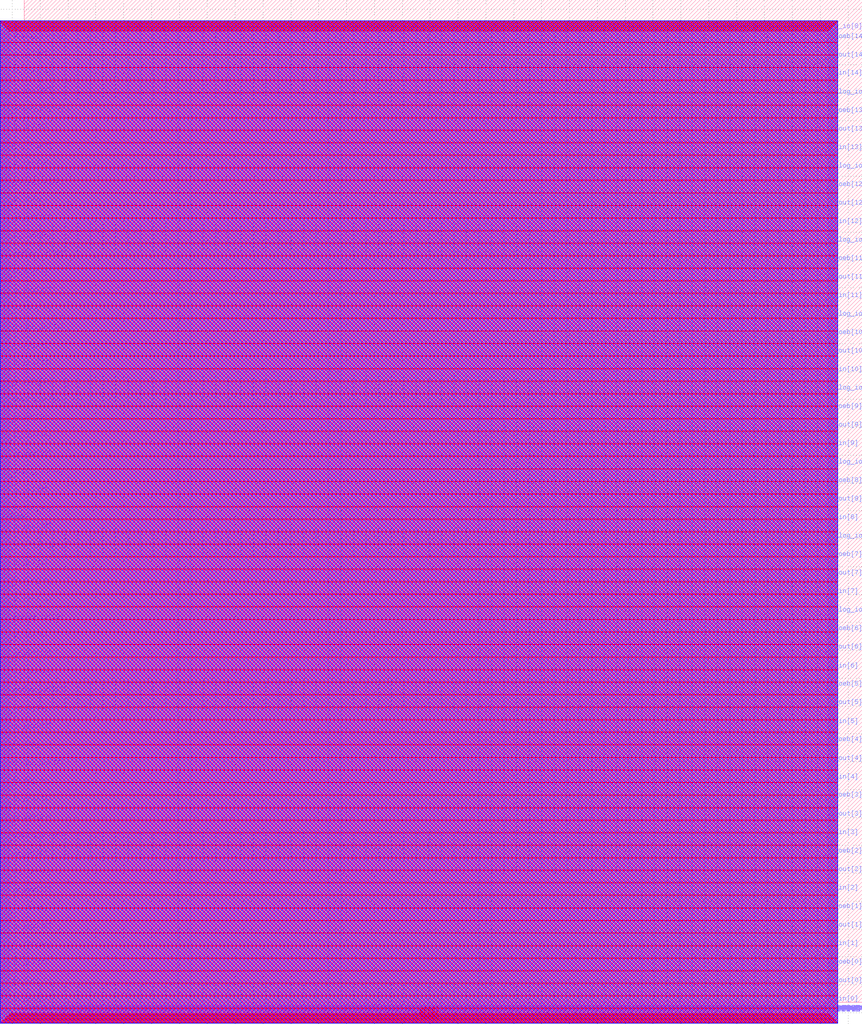
<source format=lef>
VERSION 5.8 ;
BUSBITCHARS "[]" ;
DIVIDERCHAR "/" ;
UNITS
    DATABASE MICRONS 1000 ;
END UNITS
MACRO user_project_wrapper
  FOREIGN user_project_wrapper 0 0 ;
  CLASS BLOCK ;
  ORIGIN -43.63 -38.27 ;
  SIZE 3006.88 BY 3596.22 ;
  PIN analog_io[0]
    DIRECTION INOUT ;
    USE SIGNAL ;
    PORT
      LAYER met3 ;
        RECT  2917.6 1426.38 2924.8 1427.58 ;
    END
  END analog_io[0]
  PIN analog_io[10]
    DIRECTION INOUT ;
    USE SIGNAL ;
    PORT
      LAYER met2 ;
        RECT  2230.49 3517.6 2231.05 3524.8 ;
    END
  END analog_io[10]
  PIN analog_io[11]
    DIRECTION INOUT ;
    USE SIGNAL ;
    PORT
      LAYER met2 ;
        RECT  1905.73 3517.6 1906.29 3524.8 ;
    END
  END analog_io[11]
  PIN analog_io[12]
    DIRECTION INOUT ;
    USE SIGNAL ;
    PORT
      LAYER met2 ;
        RECT  1581.43 3517.6 1581.99 3524.8 ;
    END
  END analog_io[12]
  PIN analog_io[13]
    DIRECTION INOUT ;
    USE SIGNAL ;
    PORT
      LAYER met2 ;
        RECT  1257.13 3517.6 1257.69 3524.8 ;
    END
  END analog_io[13]
  PIN analog_io[14]
    DIRECTION INOUT ;
    USE SIGNAL ;
    PORT
      LAYER met2 ;
        RECT  932.37 3517.6 932.93 3524.8 ;
    END
  END analog_io[14]
  PIN analog_io[15]
    DIRECTION INOUT ;
    USE SIGNAL ;
    PORT
      LAYER met2 ;
        RECT  608.07 3517.6 608.63 3524.8 ;
    END
  END analog_io[15]
  PIN analog_io[16]
    DIRECTION INOUT ;
    USE SIGNAL ;
    PORT
      LAYER met2 ;
        RECT  283.77 3517.6 284.33 3524.8 ;
    END
  END analog_io[16]
  PIN analog_io[17]
    DIRECTION INOUT ;
    USE SIGNAL ;
    PORT
      LAYER met3 ;
        RECT  -4.8 3486.1 2.4 3487.3 ;
    END
  END analog_io[17]
  PIN analog_io[18]
    DIRECTION INOUT ;
    USE SIGNAL ;
    PORT
      LAYER met3 ;
        RECT  -4.8 3224.98 2.4 3226.18 ;
    END
  END analog_io[18]
  PIN analog_io[19]
    DIRECTION INOUT ;
    USE SIGNAL ;
    PORT
      LAYER met3 ;
        RECT  -4.8 2964.54 2.4 2965.74 ;
    END
  END analog_io[19]
  PIN analog_io[1]
    DIRECTION INOUT ;
    USE SIGNAL ;
    PORT
      LAYER met3 ;
        RECT  2917.6 1692.26 2924.8 1693.46 ;
    END
  END analog_io[1]
  PIN analog_io[20]
    DIRECTION INOUT ;
    USE SIGNAL ;
    PORT
      LAYER met3 ;
        RECT  -4.8 2703.42 2.4 2704.62 ;
    END
  END analog_io[20]
  PIN analog_io[21]
    DIRECTION INOUT ;
    USE SIGNAL ;
    PORT
      LAYER met3 ;
        RECT  -4.8 2442.98 2.4 2444.18 ;
    END
  END analog_io[21]
  PIN analog_io[22]
    DIRECTION INOUT ;
    USE SIGNAL ;
    PORT
      LAYER met3 ;
        RECT  -4.8 2182.54 2.4 2183.74 ;
    END
  END analog_io[22]
  PIN analog_io[23]
    DIRECTION INOUT ;
    USE SIGNAL ;
    PORT
      LAYER met3 ;
        RECT  -4.8 1921.42 2.4 1922.62 ;
    END
  END analog_io[23]
  PIN analog_io[24]
    DIRECTION INOUT ;
    USE SIGNAL ;
    PORT
      LAYER met3 ;
        RECT  -4.8 1660.98 2.4 1662.18 ;
    END
  END analog_io[24]
  PIN analog_io[25]
    DIRECTION INOUT ;
    USE SIGNAL ;
    PORT
      LAYER met3 ;
        RECT  -4.8 1399.86 2.4 1401.06 ;
    END
  END analog_io[25]
  PIN analog_io[26]
    DIRECTION INOUT ;
    USE SIGNAL ;
    PORT
      LAYER met3 ;
        RECT  -4.8 1139.42 2.4 1140.62 ;
    END
  END analog_io[26]
  PIN analog_io[27]
    DIRECTION INOUT ;
    USE SIGNAL ;
    PORT
      LAYER met3 ;
        RECT  -4.8 878.98 2.4 880.18 ;
    END
  END analog_io[27]
  PIN analog_io[28]
    DIRECTION INOUT ;
    USE SIGNAL ;
    PORT
      LAYER met3 ;
        RECT  -4.8 617.86 2.4 619.06 ;
    END
  END analog_io[28]
  PIN analog_io[2]
    DIRECTION INOUT ;
    USE SIGNAL ;
    PORT
      LAYER met3 ;
        RECT  2917.6 1958.14 2924.8 1959.34 ;
    END
  END analog_io[2]
  PIN analog_io[3]
    DIRECTION INOUT ;
    USE SIGNAL ;
    PORT
      LAYER met3 ;
        RECT  2917.6 2223.34 2924.8 2224.54 ;
    END
  END analog_io[3]
  PIN analog_io[4]
    DIRECTION INOUT ;
    USE SIGNAL ;
    PORT
      LAYER met3 ;
        RECT  2917.6 2489.22 2924.8 2490.42 ;
    END
  END analog_io[4]
  PIN analog_io[5]
    DIRECTION INOUT ;
    USE SIGNAL ;
    PORT
      LAYER met3 ;
        RECT  2917.6 2755.1 2924.8 2756.3 ;
    END
  END analog_io[5]
  PIN analog_io[6]
    DIRECTION INOUT ;
    USE SIGNAL ;
    PORT
      LAYER met3 ;
        RECT  2917.6 3020.3 2924.8 3021.5 ;
    END
  END analog_io[6]
  PIN analog_io[7]
    DIRECTION INOUT ;
    USE SIGNAL ;
    PORT
      LAYER met3 ;
        RECT  2917.6 3286.18 2924.8 3287.38 ;
    END
  END analog_io[7]
  PIN analog_io[8]
    DIRECTION INOUT ;
    USE SIGNAL ;
    PORT
      LAYER met2 ;
        RECT  2879.09 3517.6 2879.65 3524.8 ;
    END
  END analog_io[8]
  PIN analog_io[9]
    DIRECTION INOUT ;
    USE SIGNAL ;
    PORT
      LAYER met2 ;
        RECT  2554.79 3517.6 2555.35 3524.8 ;
    END
  END analog_io[9]
  PIN io_in[0]
    DIRECTION INPUT ;
    USE SIGNAL ;
    PORT
      LAYER met3 ;
        RECT  2917.6 32.38 2924.8 33.58 ;
    END
  END io_in[0]
  PIN io_in[10]
    DIRECTION INPUT ;
    USE SIGNAL ;
    PORT
      LAYER met3 ;
        RECT  2917.6 2289.98 2924.8 2291.18 ;
    END
  END io_in[10]
  PIN io_in[11]
    DIRECTION INPUT ;
    USE SIGNAL ;
    PORT
      LAYER met3 ;
        RECT  2917.6 2555.86 2924.8 2557.06 ;
    END
  END io_in[11]
  PIN io_in[12]
    DIRECTION INPUT ;
    USE SIGNAL ;
    PORT
      LAYER met3 ;
        RECT  2917.6 2821.06 2924.8 2822.26 ;
    END
  END io_in[12]
  PIN io_in[13]
    DIRECTION INPUT ;
    USE SIGNAL ;
    PORT
      LAYER met3 ;
        RECT  2917.6 3086.94 2924.8 3088.14 ;
    END
  END io_in[13]
  PIN io_in[14]
    DIRECTION INPUT ;
    USE SIGNAL ;
    PORT
      LAYER met3 ;
        RECT  2917.6 3352.82 2924.8 3354.02 ;
    END
  END io_in[14]
  PIN io_in[15]
    DIRECTION INPUT ;
    USE SIGNAL ;
    PORT
      LAYER met2 ;
        RECT  2798.13 3517.6 2798.69 3524.8 ;
    END
  END io_in[15]
  PIN io_in[16]
    DIRECTION INPUT ;
    USE SIGNAL ;
    PORT
      LAYER met2 ;
        RECT  2473.83 3517.6 2474.39 3524.8 ;
    END
  END io_in[16]
  PIN io_in[17]
    DIRECTION INPUT ;
    USE SIGNAL ;
    PORT
      LAYER met2 ;
        RECT  2149.07 3517.6 2149.63 3524.8 ;
    END
  END io_in[17]
  PIN io_in[18]
    DIRECTION INPUT ;
    USE SIGNAL ;
    PORT
      LAYER met2 ;
        RECT  1824.77 3517.6 1825.33 3524.8 ;
    END
  END io_in[18]
  PIN io_in[19]
    DIRECTION INPUT ;
    USE SIGNAL ;
    PORT
      LAYER met2 ;
        RECT  1500.47 3517.6 1501.03 3524.8 ;
    END
  END io_in[19]
  PIN io_in[1]
    DIRECTION INPUT ;
    USE SIGNAL ;
    PORT
      LAYER met3 ;
        RECT  2917.6 230.94 2924.8 232.14 ;
    END
  END io_in[1]
  PIN io_in[20]
    DIRECTION INPUT ;
    USE SIGNAL ;
    PORT
      LAYER met2 ;
        RECT  1175.71 3517.6 1176.27 3524.8 ;
    END
  END io_in[20]
  PIN io_in[21]
    DIRECTION INPUT ;
    USE SIGNAL ;
    PORT
      LAYER met2 ;
        RECT  851.41 3517.6 851.97 3524.8 ;
    END
  END io_in[21]
  PIN io_in[22]
    DIRECTION INPUT ;
    USE SIGNAL ;
    PORT
      LAYER met2 ;
        RECT  527.11 3517.6 527.67 3524.8 ;
    END
  END io_in[22]
  PIN io_in[23]
    DIRECTION INPUT ;
    USE SIGNAL ;
    PORT
      LAYER met2 ;
        RECT  202.35 3517.6 202.91 3524.8 ;
    END
  END io_in[23]
  PIN io_in[24]
    DIRECTION INPUT ;
    USE SIGNAL ;
    PORT
      LAYER met3 ;
        RECT  -4.8 3420.82 2.4 3422.02 ;
    END
  END io_in[24]
  PIN io_in[25]
    DIRECTION INPUT ;
    USE SIGNAL ;
    PORT
      LAYER met3 ;
        RECT  -4.8 3159.7 2.4 3160.9 ;
    END
  END io_in[25]
  PIN io_in[26]
    DIRECTION INPUT ;
    USE SIGNAL ;
    PORT
      LAYER met3 ;
        RECT  -4.8 2899.26 2.4 2900.46 ;
    END
  END io_in[26]
  PIN io_in[27]
    DIRECTION INPUT ;
    USE SIGNAL ;
    PORT
      LAYER met3 ;
        RECT  -4.8 2638.82 2.4 2640.02 ;
    END
  END io_in[27]
  PIN io_in[28]
    DIRECTION INPUT ;
    USE SIGNAL ;
    PORT
      LAYER met3 ;
        RECT  -4.8 2377.7 2.4 2378.9 ;
    END
  END io_in[28]
  PIN io_in[29]
    DIRECTION INPUT ;
    USE SIGNAL ;
    PORT
      LAYER met3 ;
        RECT  -4.8 2117.26 2.4 2118.46 ;
    END
  END io_in[29]
  PIN io_in[2]
    DIRECTION INPUT ;
    USE SIGNAL ;
    PORT
      LAYER met3 ;
        RECT  2917.6 430.18 2924.8 431.38 ;
    END
  END io_in[2]
  PIN io_in[30]
    DIRECTION INPUT ;
    USE SIGNAL ;
    PORT
      LAYER met3 ;
        RECT  -4.8 1856.14 2.4 1857.34 ;
    END
  END io_in[30]
  PIN io_in[31]
    DIRECTION INPUT ;
    USE SIGNAL ;
    PORT
      LAYER met3 ;
        RECT  -4.8 1595.7 2.4 1596.9 ;
    END
  END io_in[31]
  PIN io_in[32]
    DIRECTION INPUT ;
    USE SIGNAL ;
    PORT
      LAYER met3 ;
        RECT  -4.8 1335.26 2.4 1336.46 ;
    END
  END io_in[32]
  PIN io_in[33]
    DIRECTION INPUT ;
    USE SIGNAL ;
    PORT
      LAYER met3 ;
        RECT  -4.8 1074.14 2.4 1075.34 ;
    END
  END io_in[33]
  PIN io_in[34]
    DIRECTION INPUT ;
    USE SIGNAL ;
    PORT
      LAYER met3 ;
        RECT  -4.8 813.7 2.4 814.9 ;
    END
  END io_in[34]
  PIN io_in[35]
    DIRECTION INPUT ;
    USE SIGNAL ;
    PORT
      LAYER met3 ;
        RECT  -4.8 552.58 2.4 553.78 ;
    END
  END io_in[35]
  PIN io_in[36]
    DIRECTION INPUT ;
    USE SIGNAL ;
    PORT
      LAYER met3 ;
        RECT  -4.8 357.42 2.4 358.62 ;
    END
  END io_in[36]
  PIN io_in[37]
    DIRECTION INPUT ;
    USE SIGNAL ;
    PORT
      LAYER met3 ;
        RECT  -4.8 161.58 2.4 162.78 ;
    END
  END io_in[37]
  PIN io_in[3]
    DIRECTION INPUT ;
    USE SIGNAL ;
    PORT
      LAYER met3 ;
        RECT  2917.6 629.42 2924.8 630.62 ;
    END
  END io_in[3]
  PIN io_in[4]
    DIRECTION INPUT ;
    USE SIGNAL ;
    PORT
      LAYER met3 ;
        RECT  2917.6 828.66 2924.8 829.86 ;
    END
  END io_in[4]
  PIN io_in[5]
    DIRECTION INPUT ;
    USE SIGNAL ;
    PORT
      LAYER met3 ;
        RECT  2917.6 1027.9 2924.8 1029.1 ;
    END
  END io_in[5]
  PIN io_in[6]
    DIRECTION INPUT ;
    USE SIGNAL ;
    PORT
      LAYER met3 ;
        RECT  2917.6 1227.14 2924.8 1228.34 ;
    END
  END io_in[6]
  PIN io_in[7]
    DIRECTION INPUT ;
    USE SIGNAL ;
    PORT
      LAYER met3 ;
        RECT  2917.6 1493.02 2924.8 1494.22 ;
    END
  END io_in[7]
  PIN io_in[8]
    DIRECTION INPUT ;
    USE SIGNAL ;
    PORT
      LAYER met3 ;
        RECT  2917.6 1758.9 2924.8 1760.1 ;
    END
  END io_in[8]
  PIN io_in[9]
    DIRECTION INPUT ;
    USE SIGNAL ;
    PORT
      LAYER met3 ;
        RECT  2917.6 2024.1 2924.8 2025.3 ;
    END
  END io_in[9]
  PIN io_oeb[0]
    DIRECTION OUTPUT ;
    USE SIGNAL ;
    PORT
      LAYER met3 ;
        RECT  2917.6 164.98 2924.8 166.18 ;
    END
  END io_oeb[0]
  PIN io_oeb[10]
    DIRECTION OUTPUT ;
    USE SIGNAL ;
    PORT
      LAYER met3 ;
        RECT  2917.6 2422.58 2924.8 2423.78 ;
    END
  END io_oeb[10]
  PIN io_oeb[11]
    DIRECTION OUTPUT ;
    USE SIGNAL ;
    PORT
      LAYER met3 ;
        RECT  2917.6 2688.46 2924.8 2689.66 ;
    END
  END io_oeb[11]
  PIN io_oeb[12]
    DIRECTION OUTPUT ;
    USE SIGNAL ;
    PORT
      LAYER met3 ;
        RECT  2917.6 2954.34 2924.8 2955.54 ;
    END
  END io_oeb[12]
  PIN io_oeb[13]
    DIRECTION OUTPUT ;
    USE SIGNAL ;
    PORT
      LAYER met3 ;
        RECT  2917.6 3219.54 2924.8 3220.74 ;
    END
  END io_oeb[13]
  PIN io_oeb[14]
    DIRECTION OUTPUT ;
    USE SIGNAL ;
    PORT
      LAYER met3 ;
        RECT  2917.6 3485.42 2924.8 3486.62 ;
    END
  END io_oeb[14]
  PIN io_oeb[15]
    DIRECTION OUTPUT ;
    USE SIGNAL ;
    PORT
      LAYER met2 ;
        RECT  2635.75 3517.6 2636.31 3524.8 ;
    END
  END io_oeb[15]
  PIN io_oeb[16]
    DIRECTION OUTPUT ;
    USE SIGNAL ;
    PORT
      LAYER met2 ;
        RECT  2311.45 3517.6 2312.01 3524.8 ;
    END
  END io_oeb[16]
  PIN io_oeb[17]
    DIRECTION OUTPUT ;
    USE SIGNAL ;
    PORT
      LAYER met2 ;
        RECT  1987.15 3517.6 1987.71 3524.8 ;
    END
  END io_oeb[17]
  PIN io_oeb[18]
    DIRECTION OUTPUT ;
    USE SIGNAL ;
    PORT
      LAYER met2 ;
        RECT  1662.39 3517.6 1662.95 3524.8 ;
    END
  END io_oeb[18]
  PIN io_oeb[19]
    DIRECTION OUTPUT ;
    USE SIGNAL ;
    PORT
      LAYER met2 ;
        RECT  1338.09 3517.6 1338.65 3524.8 ;
    END
  END io_oeb[19]
  PIN io_oeb[1]
    DIRECTION OUTPUT ;
    USE SIGNAL ;
    PORT
      LAYER met3 ;
        RECT  2917.6 364.22 2924.8 365.42 ;
    END
  END io_oeb[1]
  PIN io_oeb[20]
    DIRECTION OUTPUT ;
    USE SIGNAL ;
    PORT
      LAYER met2 ;
        RECT  1013.79 3517.6 1014.35 3524.8 ;
    END
  END io_oeb[20]
  PIN io_oeb[21]
    DIRECTION OUTPUT ;
    USE SIGNAL ;
    PORT
      LAYER met2 ;
        RECT  689.03 3517.6 689.59 3524.8 ;
    END
  END io_oeb[21]
  PIN io_oeb[22]
    DIRECTION OUTPUT ;
    USE SIGNAL ;
    PORT
      LAYER met2 ;
        RECT  364.73 3517.6 365.29 3524.8 ;
    END
  END io_oeb[22]
  PIN io_oeb[23]
    DIRECTION OUTPUT ;
    USE SIGNAL ;
    PORT
      LAYER met2 ;
        RECT  40.43 3517.6 40.99 3524.8 ;
    END
  END io_oeb[23]
  PIN io_oeb[24]
    DIRECTION OUTPUT ;
    USE SIGNAL ;
    PORT
      LAYER met3 ;
        RECT  -4.8 3290.26 2.4 3291.46 ;
    END
  END io_oeb[24]
  PIN io_oeb[25]
    DIRECTION OUTPUT ;
    USE SIGNAL ;
    PORT
      LAYER met3 ;
        RECT  -4.8 3029.82 2.4 3031.02 ;
    END
  END io_oeb[25]
  PIN io_oeb[26]
    DIRECTION OUTPUT ;
    USE SIGNAL ;
    PORT
      LAYER met3 ;
        RECT  -4.8 2768.7 2.4 2769.9 ;
    END
  END io_oeb[26]
  PIN io_oeb[27]
    DIRECTION OUTPUT ;
    USE SIGNAL ;
    PORT
      LAYER met3 ;
        RECT  -4.8 2508.26 2.4 2509.46 ;
    END
  END io_oeb[27]
  PIN io_oeb[28]
    DIRECTION OUTPUT ;
    USE SIGNAL ;
    PORT
      LAYER met3 ;
        RECT  -4.8 2247.14 2.4 2248.34 ;
    END
  END io_oeb[28]
  PIN io_oeb[29]
    DIRECTION OUTPUT ;
    USE SIGNAL ;
    PORT
      LAYER met3 ;
        RECT  -4.8 1986.7 2.4 1987.9 ;
    END
  END io_oeb[29]
  PIN io_oeb[2]
    DIRECTION OUTPUT ;
    USE SIGNAL ;
    PORT
      LAYER met3 ;
        RECT  2917.6 563.46 2924.8 564.66 ;
    END
  END io_oeb[2]
  PIN io_oeb[30]
    DIRECTION OUTPUT ;
    USE SIGNAL ;
    PORT
      LAYER met3 ;
        RECT  -4.8 1726.26 2.4 1727.46 ;
    END
  END io_oeb[30]
  PIN io_oeb[31]
    DIRECTION OUTPUT ;
    USE SIGNAL ;
    PORT
      LAYER met3 ;
        RECT  -4.8 1465.14 2.4 1466.34 ;
    END
  END io_oeb[31]
  PIN io_oeb[32]
    DIRECTION OUTPUT ;
    USE SIGNAL ;
    PORT
      LAYER met3 ;
        RECT  -4.8 1204.7 2.4 1205.9 ;
    END
  END io_oeb[32]
  PIN io_oeb[33]
    DIRECTION OUTPUT ;
    USE SIGNAL ;
    PORT
      LAYER met3 ;
        RECT  -4.8 943.58 2.4 944.78 ;
    END
  END io_oeb[33]
  PIN io_oeb[34]
    DIRECTION OUTPUT ;
    USE SIGNAL ;
    PORT
      LAYER met3 ;
        RECT  -4.8 683.14 2.4 684.34 ;
    END
  END io_oeb[34]
  PIN io_oeb[35]
    DIRECTION OUTPUT ;
    USE SIGNAL ;
    PORT
      LAYER met3 ;
        RECT  -4.8 422.7 2.4 423.9 ;
    END
  END io_oeb[35]
  PIN io_oeb[36]
    DIRECTION OUTPUT ;
    USE SIGNAL ;
    PORT
      LAYER met3 ;
        RECT  -4.8 226.86 2.4 228.06 ;
    END
  END io_oeb[36]
  PIN io_oeb[37]
    DIRECTION OUTPUT ;
    USE SIGNAL ;
    PORT
      LAYER met3 ;
        RECT  -4.8 31.7 2.4 32.9 ;
    END
  END io_oeb[37]
  PIN io_oeb[3]
    DIRECTION OUTPUT ;
    USE SIGNAL ;
    PORT
      LAYER met3 ;
        RECT  2917.6 762.7 2924.8 763.9 ;
    END
  END io_oeb[3]
  PIN io_oeb[4]
    DIRECTION OUTPUT ;
    USE SIGNAL ;
    PORT
      LAYER met3 ;
        RECT  2917.6 961.94 2924.8 963.14 ;
    END
  END io_oeb[4]
  PIN io_oeb[5]
    DIRECTION OUTPUT ;
    USE SIGNAL ;
    PORT
      LAYER met3 ;
        RECT  2917.6 1161.18 2924.8 1162.38 ;
    END
  END io_oeb[5]
  PIN io_oeb[6]
    DIRECTION OUTPUT ;
    USE SIGNAL ;
    PORT
      LAYER met3 ;
        RECT  2917.6 1360.42 2924.8 1361.62 ;
    END
  END io_oeb[6]
  PIN io_oeb[7]
    DIRECTION OUTPUT ;
    USE SIGNAL ;
    PORT
      LAYER met3 ;
        RECT  2917.6 1625.62 2924.8 1626.82 ;
    END
  END io_oeb[7]
  PIN io_oeb[8]
    DIRECTION OUTPUT ;
    USE SIGNAL ;
    PORT
      LAYER met3 ;
        RECT  2917.6 1891.5 2924.8 1892.7 ;
    END
  END io_oeb[8]
  PIN io_oeb[9]
    DIRECTION OUTPUT ;
    USE SIGNAL ;
    PORT
      LAYER met3 ;
        RECT  2917.6 2157.38 2924.8 2158.58 ;
    END
  END io_oeb[9]
  PIN io_out[0]
    DIRECTION OUTPUT ;
    USE SIGNAL ;
    PORT
      LAYER met3 ;
        RECT  2917.6 98.34 2924.8 99.54 ;
    END
  END io_out[0]
  PIN io_out[10]
    DIRECTION OUTPUT ;
    USE SIGNAL ;
    PORT
      LAYER met3 ;
        RECT  2917.6 2356.62 2924.8 2357.82 ;
    END
  END io_out[10]
  PIN io_out[11]
    DIRECTION OUTPUT ;
    USE SIGNAL ;
    PORT
      LAYER met3 ;
        RECT  2917.6 2621.82 2924.8 2623.02 ;
    END
  END io_out[11]
  PIN io_out[12]
    DIRECTION OUTPUT ;
    USE SIGNAL ;
    PORT
      LAYER met3 ;
        RECT  2917.6 2887.7 2924.8 2888.9 ;
    END
  END io_out[12]
  PIN io_out[13]
    DIRECTION OUTPUT ;
    USE SIGNAL ;
    PORT
      LAYER met3 ;
        RECT  2917.6 3153.58 2924.8 3154.78 ;
    END
  END io_out[13]
  PIN io_out[14]
    DIRECTION OUTPUT ;
    USE SIGNAL ;
    PORT
      LAYER met3 ;
        RECT  2917.6 3418.78 2924.8 3419.98 ;
    END
  END io_out[14]
  PIN io_out[15]
    DIRECTION OUTPUT ;
    USE SIGNAL ;
    PORT
      LAYER met2 ;
        RECT  2717.17 3517.6 2717.73 3524.8 ;
    END
  END io_out[15]
  PIN io_out[16]
    DIRECTION OUTPUT ;
    USE SIGNAL ;
    PORT
      LAYER met2 ;
        RECT  2392.41 3517.6 2392.97 3524.8 ;
    END
  END io_out[16]
  PIN io_out[17]
    DIRECTION OUTPUT ;
    USE SIGNAL ;
    PORT
      LAYER met2 ;
        RECT  2068.11 3517.6 2068.67 3524.8 ;
    END
  END io_out[17]
  PIN io_out[18]
    DIRECTION OUTPUT ;
    USE SIGNAL ;
    PORT
      LAYER met2 ;
        RECT  1743.81 3517.6 1744.37 3524.8 ;
    END
  END io_out[18]
  PIN io_out[19]
    DIRECTION OUTPUT ;
    USE SIGNAL ;
    PORT
      LAYER met2 ;
        RECT  1419.05 3517.6 1419.61 3524.8 ;
    END
  END io_out[19]
  PIN io_out[1]
    DIRECTION OUTPUT ;
    USE SIGNAL ;
    PORT
      LAYER met3 ;
        RECT  2917.6 297.58 2924.8 298.78 ;
    END
  END io_out[1]
  PIN io_out[20]
    DIRECTION OUTPUT ;
    USE SIGNAL ;
    PORT
      LAYER met2 ;
        RECT  1094.75 3517.6 1095.31 3524.8 ;
    END
  END io_out[20]
  PIN io_out[21]
    DIRECTION OUTPUT ;
    USE SIGNAL ;
    PORT
      LAYER met2 ;
        RECT  770.45 3517.6 771.01 3524.8 ;
    END
  END io_out[21]
  PIN io_out[22]
    DIRECTION OUTPUT ;
    USE SIGNAL ;
    PORT
      LAYER met2 ;
        RECT  445.69 3517.6 446.25 3524.8 ;
    END
  END io_out[22]
  PIN io_out[23]
    DIRECTION OUTPUT ;
    USE SIGNAL ;
    PORT
      LAYER met2 ;
        RECT  121.39 3517.6 121.95 3524.8 ;
    END
  END io_out[23]
  PIN io_out[24]
    DIRECTION OUTPUT ;
    USE SIGNAL ;
    PORT
      LAYER met3 ;
        RECT  -4.8 3355.54 2.4 3356.74 ;
    END
  END io_out[24]
  PIN io_out[25]
    DIRECTION OUTPUT ;
    USE SIGNAL ;
    PORT
      LAYER met3 ;
        RECT  -4.8 3095.1 2.4 3096.3 ;
    END
  END io_out[25]
  PIN io_out[26]
    DIRECTION OUTPUT ;
    USE SIGNAL ;
    PORT
      LAYER met3 ;
        RECT  -4.8 2833.98 2.4 2835.18 ;
    END
  END io_out[26]
  PIN io_out[27]
    DIRECTION OUTPUT ;
    USE SIGNAL ;
    PORT
      LAYER met3 ;
        RECT  -4.8 2573.54 2.4 2574.74 ;
    END
  END io_out[27]
  PIN io_out[28]
    DIRECTION OUTPUT ;
    USE SIGNAL ;
    PORT
      LAYER met3 ;
        RECT  -4.8 2312.42 2.4 2313.62 ;
    END
  END io_out[28]
  PIN io_out[29]
    DIRECTION OUTPUT ;
    USE SIGNAL ;
    PORT
      LAYER met3 ;
        RECT  -4.8 2051.98 2.4 2053.18 ;
    END
  END io_out[29]
  PIN io_out[2]
    DIRECTION OUTPUT ;
    USE SIGNAL ;
    PORT
      LAYER met3 ;
        RECT  2917.6 496.82 2924.8 498.02 ;
    END
  END io_out[2]
  PIN io_out[30]
    DIRECTION OUTPUT ;
    USE SIGNAL ;
    PORT
      LAYER met3 ;
        RECT  -4.8 1791.54 2.4 1792.74 ;
    END
  END io_out[30]
  PIN io_out[31]
    DIRECTION OUTPUT ;
    USE SIGNAL ;
    PORT
      LAYER met3 ;
        RECT  -4.8 1530.42 2.4 1531.62 ;
    END
  END io_out[31]
  PIN io_out[32]
    DIRECTION OUTPUT ;
    USE SIGNAL ;
    PORT
      LAYER met3 ;
        RECT  -4.8 1269.98 2.4 1271.18 ;
    END
  END io_out[32]
  PIN io_out[33]
    DIRECTION OUTPUT ;
    USE SIGNAL ;
    PORT
      LAYER met3 ;
        RECT  -4.8 1008.86 2.4 1010.06 ;
    END
  END io_out[33]
  PIN io_out[34]
    DIRECTION OUTPUT ;
    USE SIGNAL ;
    PORT
      LAYER met3 ;
        RECT  -4.8 748.42 2.4 749.62 ;
    END
  END io_out[34]
  PIN io_out[35]
    DIRECTION OUTPUT ;
    USE SIGNAL ;
    PORT
      LAYER met3 ;
        RECT  -4.8 487.3 2.4 488.5 ;
    END
  END io_out[35]
  PIN io_out[36]
    DIRECTION OUTPUT ;
    USE SIGNAL ;
    PORT
      LAYER met3 ;
        RECT  -4.8 292.14 2.4 293.34 ;
    END
  END io_out[36]
  PIN io_out[37]
    DIRECTION OUTPUT ;
    USE SIGNAL ;
    PORT
      LAYER met3 ;
        RECT  -4.8 96.3 2.4 97.5 ;
    END
  END io_out[37]
  PIN io_out[3]
    DIRECTION OUTPUT ;
    USE SIGNAL ;
    PORT
      LAYER met3 ;
        RECT  2917.6 696.06 2924.8 697.26 ;
    END
  END io_out[3]
  PIN io_out[4]
    DIRECTION OUTPUT ;
    USE SIGNAL ;
    PORT
      LAYER met3 ;
        RECT  2917.6 895.3 2924.8 896.5 ;
    END
  END io_out[4]
  PIN io_out[5]
    DIRECTION OUTPUT ;
    USE SIGNAL ;
    PORT
      LAYER met3 ;
        RECT  2917.6 1094.54 2924.8 1095.74 ;
    END
  END io_out[5]
  PIN io_out[6]
    DIRECTION OUTPUT ;
    USE SIGNAL ;
    PORT
      LAYER met3 ;
        RECT  2917.6 1293.78 2924.8 1294.98 ;
    END
  END io_out[6]
  PIN io_out[7]
    DIRECTION OUTPUT ;
    USE SIGNAL ;
    PORT
      LAYER met3 ;
        RECT  2917.6 1559.66 2924.8 1560.86 ;
    END
  END io_out[7]
  PIN io_out[8]
    DIRECTION OUTPUT ;
    USE SIGNAL ;
    PORT
      LAYER met3 ;
        RECT  2917.6 1824.86 2924.8 1826.06 ;
    END
  END io_out[8]
  PIN io_out[9]
    DIRECTION OUTPUT ;
    USE SIGNAL ;
    PORT
      LAYER met3 ;
        RECT  2917.6 2090.74 2924.8 2091.94 ;
    END
  END io_out[9]
  PIN la_data_in[0]
    DIRECTION INPUT ;
    USE SIGNAL ;
    PORT
      LAYER met2 ;
        RECT  629.23 -4.8 629.79 2.4 ;
    END
  END la_data_in[0]
  PIN la_data_in[100]
    DIRECTION INPUT ;
    USE SIGNAL ;
    PORT
      LAYER met2 ;
        RECT  2402.53 -4.8 2403.09 2.4 ;
    END
  END la_data_in[100]
  PIN la_data_in[101]
    DIRECTION INPUT ;
    USE SIGNAL ;
    PORT
      LAYER met2 ;
        RECT  2420.01 -4.8 2420.57 2.4 ;
    END
  END la_data_in[101]
  PIN la_data_in[102]
    DIRECTION INPUT ;
    USE SIGNAL ;
    PORT
      LAYER met2 ;
        RECT  2437.95 -4.8 2438.51 2.4 ;
    END
  END la_data_in[102]
  PIN la_data_in[103]
    DIRECTION INPUT ;
    USE SIGNAL ;
    PORT
      LAYER met2 ;
        RECT  2455.43 -4.8 2455.99 2.4 ;
    END
  END la_data_in[103]
  PIN la_data_in[104]
    DIRECTION INPUT ;
    USE SIGNAL ;
    PORT
      LAYER met2 ;
        RECT  2473.37 -4.8 2473.93 2.4 ;
    END
  END la_data_in[104]
  PIN la_data_in[105]
    DIRECTION INPUT ;
    USE SIGNAL ;
    PORT
      LAYER met2 ;
        RECT  2490.85 -4.8 2491.41 2.4 ;
    END
  END la_data_in[105]
  PIN la_data_in[106]
    DIRECTION INPUT ;
    USE SIGNAL ;
    PORT
      LAYER met2 ;
        RECT  2508.79 -4.8 2509.35 2.4 ;
    END
  END la_data_in[106]
  PIN la_data_in[107]
    DIRECTION INPUT ;
    USE SIGNAL ;
    PORT
      LAYER met2 ;
        RECT  2526.73 -4.8 2527.29 2.4 ;
    END
  END la_data_in[107]
  PIN la_data_in[108]
    DIRECTION INPUT ;
    USE SIGNAL ;
    PORT
      LAYER met2 ;
        RECT  2544.21 -4.8 2544.77 2.4 ;
    END
  END la_data_in[108]
  PIN la_data_in[109]
    DIRECTION INPUT ;
    USE SIGNAL ;
    PORT
      LAYER met2 ;
        RECT  2562.15 -4.8 2562.71 2.4 ;
    END
  END la_data_in[109]
  PIN la_data_in[10]
    DIRECTION INPUT ;
    USE SIGNAL ;
    PORT
      LAYER met2 ;
        RECT  806.33 -4.8 806.89 2.4 ;
    END
  END la_data_in[10]
  PIN la_data_in[110]
    DIRECTION INPUT ;
    USE SIGNAL ;
    PORT
      LAYER met2 ;
        RECT  2579.63 -4.8 2580.19 2.4 ;
    END
  END la_data_in[110]
  PIN la_data_in[111]
    DIRECTION INPUT ;
    USE SIGNAL ;
    PORT
      LAYER met2 ;
        RECT  2597.57 -4.8 2598.13 2.4 ;
    END
  END la_data_in[111]
  PIN la_data_in[112]
    DIRECTION INPUT ;
    USE SIGNAL ;
    PORT
      LAYER met2 ;
        RECT  2615.05 -4.8 2615.61 2.4 ;
    END
  END la_data_in[112]
  PIN la_data_in[113]
    DIRECTION INPUT ;
    USE SIGNAL ;
    PORT
      LAYER met2 ;
        RECT  2632.99 -4.8 2633.55 2.4 ;
    END
  END la_data_in[113]
  PIN la_data_in[114]
    DIRECTION INPUT ;
    USE SIGNAL ;
    PORT
      LAYER met2 ;
        RECT  2650.47 -4.8 2651.03 2.4 ;
    END
  END la_data_in[114]
  PIN la_data_in[115]
    DIRECTION INPUT ;
    USE SIGNAL ;
    PORT
      LAYER met2 ;
        RECT  2668.41 -4.8 2668.97 2.4 ;
    END
  END la_data_in[115]
  PIN la_data_in[116]
    DIRECTION INPUT ;
    USE SIGNAL ;
    PORT
      LAYER met2 ;
        RECT  2685.89 -4.8 2686.45 2.4 ;
    END
  END la_data_in[116]
  PIN la_data_in[117]
    DIRECTION INPUT ;
    USE SIGNAL ;
    PORT
      LAYER met2 ;
        RECT  2703.83 -4.8 2704.39 2.4 ;
    END
  END la_data_in[117]
  PIN la_data_in[118]
    DIRECTION INPUT ;
    USE SIGNAL ;
    PORT
      LAYER met2 ;
        RECT  2721.77 -4.8 2722.33 2.4 ;
    END
  END la_data_in[118]
  PIN la_data_in[119]
    DIRECTION INPUT ;
    USE SIGNAL ;
    PORT
      LAYER met2 ;
        RECT  2739.25 -4.8 2739.81 2.4 ;
    END
  END la_data_in[119]
  PIN la_data_in[11]
    DIRECTION INPUT ;
    USE SIGNAL ;
    PORT
      LAYER met2 ;
        RECT  824.27 -4.8 824.83 2.4 ;
    END
  END la_data_in[11]
  PIN la_data_in[120]
    DIRECTION INPUT ;
    USE SIGNAL ;
    PORT
      LAYER met2 ;
        RECT  2757.19 -4.8 2757.75 2.4 ;
    END
  END la_data_in[120]
  PIN la_data_in[121]
    DIRECTION INPUT ;
    USE SIGNAL ;
    PORT
      LAYER met2 ;
        RECT  2774.67 -4.8 2775.23 2.4 ;
    END
  END la_data_in[121]
  PIN la_data_in[122]
    DIRECTION INPUT ;
    USE SIGNAL ;
    PORT
      LAYER met2 ;
        RECT  2792.61 -4.8 2793.17 2.4 ;
    END
  END la_data_in[122]
  PIN la_data_in[123]
    DIRECTION INPUT ;
    USE SIGNAL ;
    PORT
      LAYER met2 ;
        RECT  2810.09 -4.8 2810.65 2.4 ;
    END
  END la_data_in[123]
  PIN la_data_in[124]
    DIRECTION INPUT ;
    USE SIGNAL ;
    PORT
      LAYER met2 ;
        RECT  2828.03 -4.8 2828.59 2.4 ;
    END
  END la_data_in[124]
  PIN la_data_in[125]
    DIRECTION INPUT ;
    USE SIGNAL ;
    PORT
      LAYER met2 ;
        RECT  2845.51 -4.8 2846.07 2.4 ;
    END
  END la_data_in[125]
  PIN la_data_in[126]
    DIRECTION INPUT ;
    USE SIGNAL ;
    PORT
      LAYER met2 ;
        RECT  2863.45 -4.8 2864.01 2.4 ;
    END
  END la_data_in[126]
  PIN la_data_in[127]
    DIRECTION INPUT ;
    USE SIGNAL ;
    PORT
      LAYER met2 ;
        RECT  2881.39 -4.8 2881.95 2.4 ;
    END
  END la_data_in[127]
  PIN la_data_in[12]
    DIRECTION INPUT ;
    USE SIGNAL ;
    PORT
      LAYER met2 ;
        RECT  841.75 -4.8 842.31 2.4 ;
    END
  END la_data_in[12]
  PIN la_data_in[13]
    DIRECTION INPUT ;
    USE SIGNAL ;
    PORT
      LAYER met2 ;
        RECT  859.69 -4.8 860.25 2.4 ;
    END
  END la_data_in[13]
  PIN la_data_in[14]
    DIRECTION INPUT ;
    USE SIGNAL ;
    PORT
      LAYER met2 ;
        RECT  877.17 -4.8 877.73 2.4 ;
    END
  END la_data_in[14]
  PIN la_data_in[15]
    DIRECTION INPUT ;
    USE SIGNAL ;
    PORT
      LAYER met2 ;
        RECT  895.11 -4.8 895.67 2.4 ;
    END
  END la_data_in[15]
  PIN la_data_in[16]
    DIRECTION INPUT ;
    USE SIGNAL ;
    PORT
      LAYER met2 ;
        RECT  912.59 -4.8 913.15 2.4 ;
    END
  END la_data_in[16]
  PIN la_data_in[17]
    DIRECTION INPUT ;
    USE SIGNAL ;
    PORT
      LAYER met2 ;
        RECT  930.53 -4.8 931.09 2.4 ;
    END
  END la_data_in[17]
  PIN la_data_in[18]
    DIRECTION INPUT ;
    USE SIGNAL ;
    PORT
      LAYER met2 ;
        RECT  948.47 -4.8 949.03 2.4 ;
    END
  END la_data_in[18]
  PIN la_data_in[19]
    DIRECTION INPUT ;
    USE SIGNAL ;
    PORT
      LAYER met2 ;
        RECT  965.95 -4.8 966.51 2.4 ;
    END
  END la_data_in[19]
  PIN la_data_in[1]
    DIRECTION INPUT ;
    USE SIGNAL ;
    PORT
      LAYER met2 ;
        RECT  646.71 -4.8 647.27 2.4 ;
    END
  END la_data_in[1]
  PIN la_data_in[20]
    DIRECTION INPUT ;
    USE SIGNAL ;
    PORT
      LAYER met2 ;
        RECT  983.89 -4.8 984.45 2.4 ;
    END
  END la_data_in[20]
  PIN la_data_in[21]
    DIRECTION INPUT ;
    USE SIGNAL ;
    PORT
      LAYER met2 ;
        RECT  1001.37 -4.8 1001.93 2.4 ;
    END
  END la_data_in[21]
  PIN la_data_in[22]
    DIRECTION INPUT ;
    USE SIGNAL ;
    PORT
      LAYER met2 ;
        RECT  1019.31 -4.8 1019.87 2.4 ;
    END
  END la_data_in[22]
  PIN la_data_in[23]
    DIRECTION INPUT ;
    USE SIGNAL ;
    PORT
      LAYER met2 ;
        RECT  1036.79 -4.8 1037.35 2.4 ;
    END
  END la_data_in[23]
  PIN la_data_in[24]
    DIRECTION INPUT ;
    USE SIGNAL ;
    PORT
      LAYER met2 ;
        RECT  1054.73 -4.8 1055.29 2.4 ;
    END
  END la_data_in[24]
  PIN la_data_in[25]
    DIRECTION INPUT ;
    USE SIGNAL ;
    PORT
      LAYER met2 ;
        RECT  1072.21 -4.8 1072.77 2.4 ;
    END
  END la_data_in[25]
  PIN la_data_in[26]
    DIRECTION INPUT ;
    USE SIGNAL ;
    PORT
      LAYER met2 ;
        RECT  1090.15 -4.8 1090.71 2.4 ;
    END
  END la_data_in[26]
  PIN la_data_in[27]
    DIRECTION INPUT ;
    USE SIGNAL ;
    PORT
      LAYER met2 ;
        RECT  1107.63 -4.8 1108.19 2.4 ;
    END
  END la_data_in[27]
  PIN la_data_in[28]
    DIRECTION INPUT ;
    USE SIGNAL ;
    PORT
      LAYER met2 ;
        RECT  1125.57 -4.8 1126.13 2.4 ;
    END
  END la_data_in[28]
  PIN la_data_in[29]
    DIRECTION INPUT ;
    USE SIGNAL ;
    PORT
      LAYER met2 ;
        RECT  1143.51 -4.8 1144.07 2.4 ;
    END
  END la_data_in[29]
  PIN la_data_in[2]
    DIRECTION INPUT ;
    USE SIGNAL ;
    PORT
      LAYER met2 ;
        RECT  664.65 -4.8 665.21 2.4 ;
    END
  END la_data_in[2]
  PIN la_data_in[30]
    DIRECTION INPUT ;
    USE SIGNAL ;
    PORT
      LAYER met2 ;
        RECT  1160.99 -4.8 1161.55 2.4 ;
    END
  END la_data_in[30]
  PIN la_data_in[31]
    DIRECTION INPUT ;
    USE SIGNAL ;
    PORT
      LAYER met2 ;
        RECT  1178.93 -4.8 1179.49 2.4 ;
    END
  END la_data_in[31]
  PIN la_data_in[32]
    DIRECTION INPUT ;
    USE SIGNAL ;
    PORT
      LAYER met2 ;
        RECT  1196.41 -4.8 1196.97 2.4 ;
    END
  END la_data_in[32]
  PIN la_data_in[33]
    DIRECTION INPUT ;
    USE SIGNAL ;
    PORT
      LAYER met2 ;
        RECT  1214.35 -4.8 1214.91 2.4 ;
    END
  END la_data_in[33]
  PIN la_data_in[34]
    DIRECTION INPUT ;
    USE SIGNAL ;
    PORT
      LAYER met2 ;
        RECT  1231.83 -4.8 1232.39 2.4 ;
    END
  END la_data_in[34]
  PIN la_data_in[35]
    DIRECTION INPUT ;
    USE SIGNAL ;
    PORT
      LAYER met2 ;
        RECT  1249.77 -4.8 1250.33 2.4 ;
    END
  END la_data_in[35]
  PIN la_data_in[36]
    DIRECTION INPUT ;
    USE SIGNAL ;
    PORT
      LAYER met2 ;
        RECT  1267.25 -4.8 1267.81 2.4 ;
    END
  END la_data_in[36]
  PIN la_data_in[37]
    DIRECTION INPUT ;
    USE SIGNAL ;
    PORT
      LAYER met2 ;
        RECT  1285.19 -4.8 1285.75 2.4 ;
    END
  END la_data_in[37]
  PIN la_data_in[38]
    DIRECTION INPUT ;
    USE SIGNAL ;
    PORT
      LAYER met2 ;
        RECT  1303.13 -4.8 1303.69 2.4 ;
    END
  END la_data_in[38]
  PIN la_data_in[39]
    DIRECTION INPUT ;
    USE SIGNAL ;
    PORT
      LAYER met2 ;
        RECT  1320.61 -4.8 1321.17 2.4 ;
    END
  END la_data_in[39]
  PIN la_data_in[3]
    DIRECTION INPUT ;
    USE SIGNAL ;
    PORT
      LAYER met2 ;
        RECT  682.13 -4.8 682.69 2.4 ;
    END
  END la_data_in[3]
  PIN la_data_in[40]
    DIRECTION INPUT ;
    USE SIGNAL ;
    PORT
      LAYER met2 ;
        RECT  1338.55 -4.8 1339.11 2.4 ;
    END
  END la_data_in[40]
  PIN la_data_in[41]
    DIRECTION INPUT ;
    USE SIGNAL ;
    PORT
      LAYER met2 ;
        RECT  1356.03 -4.8 1356.59 2.4 ;
    END
  END la_data_in[41]
  PIN la_data_in[42]
    DIRECTION INPUT ;
    USE SIGNAL ;
    PORT
      LAYER met2 ;
        RECT  1373.97 -4.8 1374.53 2.4 ;
    END
  END la_data_in[42]
  PIN la_data_in[43]
    DIRECTION INPUT ;
    USE SIGNAL ;
    PORT
      LAYER met2 ;
        RECT  1391.45 -4.8 1392.01 2.4 ;
    END
  END la_data_in[43]
  PIN la_data_in[44]
    DIRECTION INPUT ;
    USE SIGNAL ;
    PORT
      LAYER met2 ;
        RECT  1409.39 -4.8 1409.95 2.4 ;
    END
  END la_data_in[44]
  PIN la_data_in[45]
    DIRECTION INPUT ;
    USE SIGNAL ;
    PORT
      LAYER met2 ;
        RECT  1426.87 -4.8 1427.43 2.4 ;
    END
  END la_data_in[45]
  PIN la_data_in[46]
    DIRECTION INPUT ;
    USE SIGNAL ;
    PORT
      LAYER met2 ;
        RECT  1444.81 -4.8 1445.37 2.4 ;
    END
  END la_data_in[46]
  PIN la_data_in[47]
    DIRECTION INPUT ;
    USE SIGNAL ;
    PORT
      LAYER met2 ;
        RECT  1462.75 -4.8 1463.31 2.4 ;
    END
  END la_data_in[47]
  PIN la_data_in[48]
    DIRECTION INPUT ;
    USE SIGNAL ;
    PORT
      LAYER met2 ;
        RECT  1480.23 -4.8 1480.79 2.4 ;
    END
  END la_data_in[48]
  PIN la_data_in[49]
    DIRECTION INPUT ;
    USE SIGNAL ;
    PORT
      LAYER met2 ;
        RECT  1498.17 -4.8 1498.73 2.4 ;
    END
  END la_data_in[49]
  PIN la_data_in[4]
    DIRECTION INPUT ;
    USE SIGNAL ;
    PORT
      LAYER met2 ;
        RECT  700.07 -4.8 700.63 2.4 ;
    END
  END la_data_in[4]
  PIN la_data_in[50]
    DIRECTION INPUT ;
    USE SIGNAL ;
    PORT
      LAYER met2 ;
        RECT  1515.65 -4.8 1516.21 2.4 ;
    END
  END la_data_in[50]
  PIN la_data_in[51]
    DIRECTION INPUT ;
    USE SIGNAL ;
    PORT
      LAYER met2 ;
        RECT  1533.59 -4.8 1534.15 2.4 ;
    END
  END la_data_in[51]
  PIN la_data_in[52]
    DIRECTION INPUT ;
    USE SIGNAL ;
    PORT
      LAYER met2 ;
        RECT  1551.07 -4.8 1551.63 2.4 ;
    END
  END la_data_in[52]
  PIN la_data_in[53]
    DIRECTION INPUT ;
    USE SIGNAL ;
    PORT
      LAYER met2 ;
        RECT  1569.01 -4.8 1569.57 2.4 ;
    END
  END la_data_in[53]
  PIN la_data_in[54]
    DIRECTION INPUT ;
    USE SIGNAL ;
    PORT
      LAYER met2 ;
        RECT  1586.49 -4.8 1587.05 2.4 ;
    END
  END la_data_in[54]
  PIN la_data_in[55]
    DIRECTION INPUT ;
    USE SIGNAL ;
    PORT
      LAYER met2 ;
        RECT  1604.43 -4.8 1604.99 2.4 ;
    END
  END la_data_in[55]
  PIN la_data_in[56]
    DIRECTION INPUT ;
    USE SIGNAL ;
    PORT
      LAYER met2 ;
        RECT  1621.91 -4.8 1622.47 2.4 ;
    END
  END la_data_in[56]
  PIN la_data_in[57]
    DIRECTION INPUT ;
    USE SIGNAL ;
    PORT
      LAYER met2 ;
        RECT  1639.85 -4.8 1640.41 2.4 ;
    END
  END la_data_in[57]
  PIN la_data_in[58]
    DIRECTION INPUT ;
    USE SIGNAL ;
    PORT
      LAYER met2 ;
        RECT  1657.79 -4.8 1658.35 2.4 ;
    END
  END la_data_in[58]
  PIN la_data_in[59]
    DIRECTION INPUT ;
    USE SIGNAL ;
    PORT
      LAYER met2 ;
        RECT  1675.27 -4.8 1675.83 2.4 ;
    END
  END la_data_in[59]
  PIN la_data_in[5]
    DIRECTION INPUT ;
    USE SIGNAL ;
    PORT
      LAYER met2 ;
        RECT  717.55 -4.8 718.11 2.4 ;
    END
  END la_data_in[5]
  PIN la_data_in[60]
    DIRECTION INPUT ;
    USE SIGNAL ;
    PORT
      LAYER met2 ;
        RECT  1693.21 -4.8 1693.77 2.4 ;
    END
  END la_data_in[60]
  PIN la_data_in[61]
    DIRECTION INPUT ;
    USE SIGNAL ;
    PORT
      LAYER met2 ;
        RECT  1710.69 -4.8 1711.25 2.4 ;
    END
  END la_data_in[61]
  PIN la_data_in[62]
    DIRECTION INPUT ;
    USE SIGNAL ;
    PORT
      LAYER met2 ;
        RECT  1728.63 -4.8 1729.19 2.4 ;
    END
  END la_data_in[62]
  PIN la_data_in[63]
    DIRECTION INPUT ;
    USE SIGNAL ;
    PORT
      LAYER met2 ;
        RECT  1746.11 -4.8 1746.67 2.4 ;
    END
  END la_data_in[63]
  PIN la_data_in[64]
    DIRECTION INPUT ;
    USE SIGNAL ;
    PORT
      LAYER met2 ;
        RECT  1764.05 -4.8 1764.61 2.4 ;
    END
  END la_data_in[64]
  PIN la_data_in[65]
    DIRECTION INPUT ;
    USE SIGNAL ;
    PORT
      LAYER met2 ;
        RECT  1781.53 -4.8 1782.09 2.4 ;
    END
  END la_data_in[65]
  PIN la_data_in[66]
    DIRECTION INPUT ;
    USE SIGNAL ;
    PORT
      LAYER met2 ;
        RECT  1799.47 -4.8 1800.03 2.4 ;
    END
  END la_data_in[66]
  PIN la_data_in[67]
    DIRECTION INPUT ;
    USE SIGNAL ;
    PORT
      LAYER met2 ;
        RECT  1817.41 -4.8 1817.97 2.4 ;
    END
  END la_data_in[67]
  PIN la_data_in[68]
    DIRECTION INPUT ;
    USE SIGNAL ;
    PORT
      LAYER met2 ;
        RECT  1834.89 -4.8 1835.45 2.4 ;
    END
  END la_data_in[68]
  PIN la_data_in[69]
    DIRECTION INPUT ;
    USE SIGNAL ;
    PORT
      LAYER met2 ;
        RECT  1852.83 -4.8 1853.39 2.4 ;
    END
  END la_data_in[69]
  PIN la_data_in[6]
    DIRECTION INPUT ;
    USE SIGNAL ;
    PORT
      LAYER met2 ;
        RECT  735.49 -4.8 736.05 2.4 ;
    END
  END la_data_in[6]
  PIN la_data_in[70]
    DIRECTION INPUT ;
    USE SIGNAL ;
    PORT
      LAYER met2 ;
        RECT  1870.31 -4.8 1870.87 2.4 ;
    END
  END la_data_in[70]
  PIN la_data_in[71]
    DIRECTION INPUT ;
    USE SIGNAL ;
    PORT
      LAYER met2 ;
        RECT  1888.25 -4.8 1888.81 2.4 ;
    END
  END la_data_in[71]
  PIN la_data_in[72]
    DIRECTION INPUT ;
    USE SIGNAL ;
    PORT
      LAYER met2 ;
        RECT  1905.73 -4.8 1906.29 2.4 ;
    END
  END la_data_in[72]
  PIN la_data_in[73]
    DIRECTION INPUT ;
    USE SIGNAL ;
    PORT
      LAYER met2 ;
        RECT  1923.67 -4.8 1924.23 2.4 ;
    END
  END la_data_in[73]
  PIN la_data_in[74]
    DIRECTION INPUT ;
    USE SIGNAL ;
    PORT
      LAYER met2 ;
        RECT  1941.15 -4.8 1941.71 2.4 ;
    END
  END la_data_in[74]
  PIN la_data_in[75]
    DIRECTION INPUT ;
    USE SIGNAL ;
    PORT
      LAYER met2 ;
        RECT  1959.09 -4.8 1959.65 2.4 ;
    END
  END la_data_in[75]
  PIN la_data_in[76]
    DIRECTION INPUT ;
    USE SIGNAL ;
    PORT
      LAYER met2 ;
        RECT  1976.57 -4.8 1977.13 2.4 ;
    END
  END la_data_in[76]
  PIN la_data_in[77]
    DIRECTION INPUT ;
    USE SIGNAL ;
    PORT
      LAYER met2 ;
        RECT  1994.51 -4.8 1995.07 2.4 ;
    END
  END la_data_in[77]
  PIN la_data_in[78]
    DIRECTION INPUT ;
    USE SIGNAL ;
    PORT
      LAYER met2 ;
        RECT  2012.45 -4.8 2013.01 2.4 ;
    END
  END la_data_in[78]
  PIN la_data_in[79]
    DIRECTION INPUT ;
    USE SIGNAL ;
    PORT
      LAYER met2 ;
        RECT  2029.93 -4.8 2030.49 2.4 ;
    END
  END la_data_in[79]
  PIN la_data_in[7]
    DIRECTION INPUT ;
    USE SIGNAL ;
    PORT
      LAYER met2 ;
        RECT  752.97 -4.8 753.53 2.4 ;
    END
  END la_data_in[7]
  PIN la_data_in[80]
    DIRECTION INPUT ;
    USE SIGNAL ;
    PORT
      LAYER met2 ;
        RECT  2047.87 -4.8 2048.43 2.4 ;
    END
  END la_data_in[80]
  PIN la_data_in[81]
    DIRECTION INPUT ;
    USE SIGNAL ;
    PORT
      LAYER met2 ;
        RECT  2065.35 -4.8 2065.91 2.4 ;
    END
  END la_data_in[81]
  PIN la_data_in[82]
    DIRECTION INPUT ;
    USE SIGNAL ;
    PORT
      LAYER met2 ;
        RECT  2083.29 -4.8 2083.85 2.4 ;
    END
  END la_data_in[82]
  PIN la_data_in[83]
    DIRECTION INPUT ;
    USE SIGNAL ;
    PORT
      LAYER met2 ;
        RECT  2100.77 -4.8 2101.33 2.4 ;
    END
  END la_data_in[83]
  PIN la_data_in[84]
    DIRECTION INPUT ;
    USE SIGNAL ;
    PORT
      LAYER met2 ;
        RECT  2118.71 -4.8 2119.27 2.4 ;
    END
  END la_data_in[84]
  PIN la_data_in[85]
    DIRECTION INPUT ;
    USE SIGNAL ;
    PORT
      LAYER met2 ;
        RECT  2136.19 -4.8 2136.75 2.4 ;
    END
  END la_data_in[85]
  PIN la_data_in[86]
    DIRECTION INPUT ;
    USE SIGNAL ;
    PORT
      LAYER met2 ;
        RECT  2154.13 -4.8 2154.69 2.4 ;
    END
  END la_data_in[86]
  PIN la_data_in[87]
    DIRECTION INPUT ;
    USE SIGNAL ;
    PORT
      LAYER met2 ;
        RECT  2172.07 -4.8 2172.63 2.4 ;
    END
  END la_data_in[87]
  PIN la_data_in[88]
    DIRECTION INPUT ;
    USE SIGNAL ;
    PORT
      LAYER met2 ;
        RECT  2189.55 -4.8 2190.11 2.4 ;
    END
  END la_data_in[88]
  PIN la_data_in[89]
    DIRECTION INPUT ;
    USE SIGNAL ;
    PORT
      LAYER met2 ;
        RECT  2207.49 -4.8 2208.05 2.4 ;
    END
  END la_data_in[89]
  PIN la_data_in[8]
    DIRECTION INPUT ;
    USE SIGNAL ;
    PORT
      LAYER met2 ;
        RECT  770.91 -4.8 771.47 2.4 ;
    END
  END la_data_in[8]
  PIN la_data_in[90]
    DIRECTION INPUT ;
    USE SIGNAL ;
    PORT
      LAYER met2 ;
        RECT  2224.97 -4.8 2225.53 2.4 ;
    END
  END la_data_in[90]
  PIN la_data_in[91]
    DIRECTION INPUT ;
    USE SIGNAL ;
    PORT
      LAYER met2 ;
        RECT  2242.91 -4.8 2243.47 2.4 ;
    END
  END la_data_in[91]
  PIN la_data_in[92]
    DIRECTION INPUT ;
    USE SIGNAL ;
    PORT
      LAYER met2 ;
        RECT  2260.39 -4.8 2260.95 2.4 ;
    END
  END la_data_in[92]
  PIN la_data_in[93]
    DIRECTION INPUT ;
    USE SIGNAL ;
    PORT
      LAYER met2 ;
        RECT  2278.33 -4.8 2278.89 2.4 ;
    END
  END la_data_in[93]
  PIN la_data_in[94]
    DIRECTION INPUT ;
    USE SIGNAL ;
    PORT
      LAYER met2 ;
        RECT  2295.81 -4.8 2296.37 2.4 ;
    END
  END la_data_in[94]
  PIN la_data_in[95]
    DIRECTION INPUT ;
    USE SIGNAL ;
    PORT
      LAYER met2 ;
        RECT  2313.75 -4.8 2314.31 2.4 ;
    END
  END la_data_in[95]
  PIN la_data_in[96]
    DIRECTION INPUT ;
    USE SIGNAL ;
    PORT
      LAYER met2 ;
        RECT  2331.23 -4.8 2331.79 2.4 ;
    END
  END la_data_in[96]
  PIN la_data_in[97]
    DIRECTION INPUT ;
    USE SIGNAL ;
    PORT
      LAYER met2 ;
        RECT  2349.17 -4.8 2349.73 2.4 ;
    END
  END la_data_in[97]
  PIN la_data_in[98]
    DIRECTION INPUT ;
    USE SIGNAL ;
    PORT
      LAYER met2 ;
        RECT  2367.11 -4.8 2367.67 2.4 ;
    END
  END la_data_in[98]
  PIN la_data_in[99]
    DIRECTION INPUT ;
    USE SIGNAL ;
    PORT
      LAYER met2 ;
        RECT  2384.59 -4.8 2385.15 2.4 ;
    END
  END la_data_in[99]
  PIN la_data_in[9]
    DIRECTION INPUT ;
    USE SIGNAL ;
    PORT
      LAYER met2 ;
        RECT  788.85 -4.8 789.41 2.4 ;
    END
  END la_data_in[9]
  PIN la_data_out[0]
    DIRECTION OUTPUT ;
    USE SIGNAL ;
    PORT
      LAYER met2 ;
        RECT  634.75 -4.8 635.31 2.4 ;
    END
  END la_data_out[0]
  PIN la_data_out[100]
    DIRECTION OUTPUT ;
    USE SIGNAL ;
    PORT
      LAYER met2 ;
        RECT  2408.51 -4.8 2409.07 2.4 ;
    END
  END la_data_out[100]
  PIN la_data_out[101]
    DIRECTION OUTPUT ;
    USE SIGNAL ;
    PORT
      LAYER met2 ;
        RECT  2425.99 -4.8 2426.55 2.4 ;
    END
  END la_data_out[101]
  PIN la_data_out[102]
    DIRECTION OUTPUT ;
    USE SIGNAL ;
    PORT
      LAYER met2 ;
        RECT  2443.93 -4.8 2444.49 2.4 ;
    END
  END la_data_out[102]
  PIN la_data_out[103]
    DIRECTION OUTPUT ;
    USE SIGNAL ;
    PORT
      LAYER met2 ;
        RECT  2461.41 -4.8 2461.97 2.4 ;
    END
  END la_data_out[103]
  PIN la_data_out[104]
    DIRECTION OUTPUT ;
    USE SIGNAL ;
    PORT
      LAYER met2 ;
        RECT  2479.35 -4.8 2479.91 2.4 ;
    END
  END la_data_out[104]
  PIN la_data_out[105]
    DIRECTION OUTPUT ;
    USE SIGNAL ;
    PORT
      LAYER met2 ;
        RECT  2496.83 -4.8 2497.39 2.4 ;
    END
  END la_data_out[105]
  PIN la_data_out[106]
    DIRECTION OUTPUT ;
    USE SIGNAL ;
    PORT
      LAYER met2 ;
        RECT  2514.77 -4.8 2515.33 2.4 ;
    END
  END la_data_out[106]
  PIN la_data_out[107]
    DIRECTION OUTPUT ;
    USE SIGNAL ;
    PORT
      LAYER met2 ;
        RECT  2532.25 -4.8 2532.81 2.4 ;
    END
  END la_data_out[107]
  PIN la_data_out[108]
    DIRECTION OUTPUT ;
    USE SIGNAL ;
    PORT
      LAYER met2 ;
        RECT  2550.19 -4.8 2550.75 2.4 ;
    END
  END la_data_out[108]
  PIN la_data_out[109]
    DIRECTION OUTPUT ;
    USE SIGNAL ;
    PORT
      LAYER met2 ;
        RECT  2567.67 -4.8 2568.23 2.4 ;
    END
  END la_data_out[109]
  PIN la_data_out[10]
    DIRECTION OUTPUT ;
    USE SIGNAL ;
    PORT
      LAYER met2 ;
        RECT  812.31 -4.8 812.87 2.4 ;
    END
  END la_data_out[10]
  PIN la_data_out[110]
    DIRECTION OUTPUT ;
    USE SIGNAL ;
    PORT
      LAYER met2 ;
        RECT  2585.61 -4.8 2586.17 2.4 ;
    END
  END la_data_out[110]
  PIN la_data_out[111]
    DIRECTION OUTPUT ;
    USE SIGNAL ;
    PORT
      LAYER met2 ;
        RECT  2603.55 -4.8 2604.11 2.4 ;
    END
  END la_data_out[111]
  PIN la_data_out[112]
    DIRECTION OUTPUT ;
    USE SIGNAL ;
    PORT
      LAYER met2 ;
        RECT  2621.03 -4.8 2621.59 2.4 ;
    END
  END la_data_out[112]
  PIN la_data_out[113]
    DIRECTION OUTPUT ;
    USE SIGNAL ;
    PORT
      LAYER met2 ;
        RECT  2638.97 -4.8 2639.53 2.4 ;
    END
  END la_data_out[113]
  PIN la_data_out[114]
    DIRECTION OUTPUT ;
    USE SIGNAL ;
    PORT
      LAYER met2 ;
        RECT  2656.45 -4.8 2657.01 2.4 ;
    END
  END la_data_out[114]
  PIN la_data_out[115]
    DIRECTION OUTPUT ;
    USE SIGNAL ;
    PORT
      LAYER met2 ;
        RECT  2674.39 -4.8 2674.95 2.4 ;
    END
  END la_data_out[115]
  PIN la_data_out[116]
    DIRECTION OUTPUT ;
    USE SIGNAL ;
    PORT
      LAYER met2 ;
        RECT  2691.87 -4.8 2692.43 2.4 ;
    END
  END la_data_out[116]
  PIN la_data_out[117]
    DIRECTION OUTPUT ;
    USE SIGNAL ;
    PORT
      LAYER met2 ;
        RECT  2709.81 -4.8 2710.37 2.4 ;
    END
  END la_data_out[117]
  PIN la_data_out[118]
    DIRECTION OUTPUT ;
    USE SIGNAL ;
    PORT
      LAYER met2 ;
        RECT  2727.29 -4.8 2727.85 2.4 ;
    END
  END la_data_out[118]
  PIN la_data_out[119]
    DIRECTION OUTPUT ;
    USE SIGNAL ;
    PORT
      LAYER met2 ;
        RECT  2745.23 -4.8 2745.79 2.4 ;
    END
  END la_data_out[119]
  PIN la_data_out[11]
    DIRECTION OUTPUT ;
    USE SIGNAL ;
    PORT
      LAYER met2 ;
        RECT  830.25 -4.8 830.81 2.4 ;
    END
  END la_data_out[11]
  PIN la_data_out[120]
    DIRECTION OUTPUT ;
    USE SIGNAL ;
    PORT
      LAYER met2 ;
        RECT  2763.17 -4.8 2763.73 2.4 ;
    END
  END la_data_out[120]
  PIN la_data_out[121]
    DIRECTION OUTPUT ;
    USE SIGNAL ;
    PORT
      LAYER met2 ;
        RECT  2780.65 -4.8 2781.21 2.4 ;
    END
  END la_data_out[121]
  PIN la_data_out[122]
    DIRECTION OUTPUT ;
    USE SIGNAL ;
    PORT
      LAYER met2 ;
        RECT  2798.59 -4.8 2799.15 2.4 ;
    END
  END la_data_out[122]
  PIN la_data_out[123]
    DIRECTION OUTPUT ;
    USE SIGNAL ;
    PORT
      LAYER met2 ;
        RECT  2816.07 -4.8 2816.63 2.4 ;
    END
  END la_data_out[123]
  PIN la_data_out[124]
    DIRECTION OUTPUT ;
    USE SIGNAL ;
    PORT
      LAYER met2 ;
        RECT  2834.01 -4.8 2834.57 2.4 ;
    END
  END la_data_out[124]
  PIN la_data_out[125]
    DIRECTION OUTPUT ;
    USE SIGNAL ;
    PORT
      LAYER met2 ;
        RECT  2851.49 -4.8 2852.05 2.4 ;
    END
  END la_data_out[125]
  PIN la_data_out[126]
    DIRECTION OUTPUT ;
    USE SIGNAL ;
    PORT
      LAYER met2 ;
        RECT  2869.43 -4.8 2869.99 2.4 ;
    END
  END la_data_out[126]
  PIN la_data_out[127]
    DIRECTION OUTPUT ;
    USE SIGNAL ;
    PORT
      LAYER met2 ;
        RECT  2886.91 -4.8 2887.47 2.4 ;
    END
  END la_data_out[127]
  PIN la_data_out[12]
    DIRECTION OUTPUT ;
    USE SIGNAL ;
    PORT
      LAYER met2 ;
        RECT  847.73 -4.8 848.29 2.4 ;
    END
  END la_data_out[12]
  PIN la_data_out[13]
    DIRECTION OUTPUT ;
    USE SIGNAL ;
    PORT
      LAYER met2 ;
        RECT  865.67 -4.8 866.23 2.4 ;
    END
  END la_data_out[13]
  PIN la_data_out[14]
    DIRECTION OUTPUT ;
    USE SIGNAL ;
    PORT
      LAYER met2 ;
        RECT  883.15 -4.8 883.71 2.4 ;
    END
  END la_data_out[14]
  PIN la_data_out[15]
    DIRECTION OUTPUT ;
    USE SIGNAL ;
    PORT
      LAYER met2 ;
        RECT  901.09 -4.8 901.65 2.4 ;
    END
  END la_data_out[15]
  PIN la_data_out[16]
    DIRECTION OUTPUT ;
    USE SIGNAL ;
    PORT
      LAYER met2 ;
        RECT  918.57 -4.8 919.13 2.4 ;
    END
  END la_data_out[16]
  PIN la_data_out[17]
    DIRECTION OUTPUT ;
    USE SIGNAL ;
    PORT
      LAYER met2 ;
        RECT  936.51 -4.8 937.07 2.4 ;
    END
  END la_data_out[17]
  PIN la_data_out[18]
    DIRECTION OUTPUT ;
    USE SIGNAL ;
    PORT
      LAYER met2 ;
        RECT  953.99 -4.8 954.55 2.4 ;
    END
  END la_data_out[18]
  PIN la_data_out[19]
    DIRECTION OUTPUT ;
    USE SIGNAL ;
    PORT
      LAYER met2 ;
        RECT  971.93 -4.8 972.49 2.4 ;
    END
  END la_data_out[19]
  PIN la_data_out[1]
    DIRECTION OUTPUT ;
    USE SIGNAL ;
    PORT
      LAYER met2 ;
        RECT  652.69 -4.8 653.25 2.4 ;
    END
  END la_data_out[1]
  PIN la_data_out[20]
    DIRECTION OUTPUT ;
    USE SIGNAL ;
    PORT
      LAYER met2 ;
        RECT  989.41 -4.8 989.97 2.4 ;
    END
  END la_data_out[20]
  PIN la_data_out[21]
    DIRECTION OUTPUT ;
    USE SIGNAL ;
    PORT
      LAYER met2 ;
        RECT  1007.35 -4.8 1007.91 2.4 ;
    END
  END la_data_out[21]
  PIN la_data_out[22]
    DIRECTION OUTPUT ;
    USE SIGNAL ;
    PORT
      LAYER met2 ;
        RECT  1025.29 -4.8 1025.85 2.4 ;
    END
  END la_data_out[22]
  PIN la_data_out[23]
    DIRECTION OUTPUT ;
    USE SIGNAL ;
    PORT
      LAYER met2 ;
        RECT  1042.77 -4.8 1043.33 2.4 ;
    END
  END la_data_out[23]
  PIN la_data_out[24]
    DIRECTION OUTPUT ;
    USE SIGNAL ;
    PORT
      LAYER met2 ;
        RECT  1060.71 -4.8 1061.27 2.4 ;
    END
  END la_data_out[24]
  PIN la_data_out[25]
    DIRECTION OUTPUT ;
    USE SIGNAL ;
    PORT
      LAYER met2 ;
        RECT  1078.19 -4.8 1078.75 2.4 ;
    END
  END la_data_out[25]
  PIN la_data_out[26]
    DIRECTION OUTPUT ;
    USE SIGNAL ;
    PORT
      LAYER met2 ;
        RECT  1096.13 -4.8 1096.69 2.4 ;
    END
  END la_data_out[26]
  PIN la_data_out[27]
    DIRECTION OUTPUT ;
    USE SIGNAL ;
    PORT
      LAYER met2 ;
        RECT  1113.61 -4.8 1114.17 2.4 ;
    END
  END la_data_out[27]
  PIN la_data_out[28]
    DIRECTION OUTPUT ;
    USE SIGNAL ;
    PORT
      LAYER met2 ;
        RECT  1131.55 -4.8 1132.11 2.4 ;
    END
  END la_data_out[28]
  PIN la_data_out[29]
    DIRECTION OUTPUT ;
    USE SIGNAL ;
    PORT
      LAYER met2 ;
        RECT  1149.03 -4.8 1149.59 2.4 ;
    END
  END la_data_out[29]
  PIN la_data_out[2]
    DIRECTION OUTPUT ;
    USE SIGNAL ;
    PORT
      LAYER met2 ;
        RECT  670.63 -4.8 671.19 2.4 ;
    END
  END la_data_out[2]
  PIN la_data_out[30]
    DIRECTION OUTPUT ;
    USE SIGNAL ;
    PORT
      LAYER met2 ;
        RECT  1166.97 -4.8 1167.53 2.4 ;
    END
  END la_data_out[30]
  PIN la_data_out[31]
    DIRECTION OUTPUT ;
    USE SIGNAL ;
    PORT
      LAYER met2 ;
        RECT  1184.91 -4.8 1185.47 2.4 ;
    END
  END la_data_out[31]
  PIN la_data_out[32]
    DIRECTION OUTPUT ;
    USE SIGNAL ;
    PORT
      LAYER met2 ;
        RECT  1202.39 -4.8 1202.95 2.4 ;
    END
  END la_data_out[32]
  PIN la_data_out[33]
    DIRECTION OUTPUT ;
    USE SIGNAL ;
    PORT
      LAYER met2 ;
        RECT  1220.33 -4.8 1220.89 2.4 ;
    END
  END la_data_out[33]
  PIN la_data_out[34]
    DIRECTION OUTPUT ;
    USE SIGNAL ;
    PORT
      LAYER met2 ;
        RECT  1237.81 -4.8 1238.37 2.4 ;
    END
  END la_data_out[34]
  PIN la_data_out[35]
    DIRECTION OUTPUT ;
    USE SIGNAL ;
    PORT
      LAYER met2 ;
        RECT  1255.75 -4.8 1256.31 2.4 ;
    END
  END la_data_out[35]
  PIN la_data_out[36]
    DIRECTION OUTPUT ;
    USE SIGNAL ;
    PORT
      LAYER met2 ;
        RECT  1273.23 -4.8 1273.79 2.4 ;
    END
  END la_data_out[36]
  PIN la_data_out[37]
    DIRECTION OUTPUT ;
    USE SIGNAL ;
    PORT
      LAYER met2 ;
        RECT  1291.17 -4.8 1291.73 2.4 ;
    END
  END la_data_out[37]
  PIN la_data_out[38]
    DIRECTION OUTPUT ;
    USE SIGNAL ;
    PORT
      LAYER met2 ;
        RECT  1308.65 -4.8 1309.21 2.4 ;
    END
  END la_data_out[38]
  PIN la_data_out[39]
    DIRECTION OUTPUT ;
    USE SIGNAL ;
    PORT
      LAYER met2 ;
        RECT  1326.59 -4.8 1327.15 2.4 ;
    END
  END la_data_out[39]
  PIN la_data_out[3]
    DIRECTION OUTPUT ;
    USE SIGNAL ;
    PORT
      LAYER met2 ;
        RECT  688.11 -4.8 688.67 2.4 ;
    END
  END la_data_out[3]
  PIN la_data_out[40]
    DIRECTION OUTPUT ;
    USE SIGNAL ;
    PORT
      LAYER met2 ;
        RECT  1344.07 -4.8 1344.63 2.4 ;
    END
  END la_data_out[40]
  PIN la_data_out[41]
    DIRECTION OUTPUT ;
    USE SIGNAL ;
    PORT
      LAYER met2 ;
        RECT  1362.01 -4.8 1362.57 2.4 ;
    END
  END la_data_out[41]
  PIN la_data_out[42]
    DIRECTION OUTPUT ;
    USE SIGNAL ;
    PORT
      LAYER met2 ;
        RECT  1379.95 -4.8 1380.51 2.4 ;
    END
  END la_data_out[42]
  PIN la_data_out[43]
    DIRECTION OUTPUT ;
    USE SIGNAL ;
    PORT
      LAYER met2 ;
        RECT  1397.43 -4.8 1397.99 2.4 ;
    END
  END la_data_out[43]
  PIN la_data_out[44]
    DIRECTION OUTPUT ;
    USE SIGNAL ;
    PORT
      LAYER met2 ;
        RECT  1415.37 -4.8 1415.93 2.4 ;
    END
  END la_data_out[44]
  PIN la_data_out[45]
    DIRECTION OUTPUT ;
    USE SIGNAL ;
    PORT
      LAYER met2 ;
        RECT  1432.85 -4.8 1433.41 2.4 ;
    END
  END la_data_out[45]
  PIN la_data_out[46]
    DIRECTION OUTPUT ;
    USE SIGNAL ;
    PORT
      LAYER met2 ;
        RECT  1450.79 -4.8 1451.35 2.4 ;
    END
  END la_data_out[46]
  PIN la_data_out[47]
    DIRECTION OUTPUT ;
    USE SIGNAL ;
    PORT
      LAYER met2 ;
        RECT  1468.27 -4.8 1468.83 2.4 ;
    END
  END la_data_out[47]
  PIN la_data_out[48]
    DIRECTION OUTPUT ;
    USE SIGNAL ;
    PORT
      LAYER met2 ;
        RECT  1486.21 -4.8 1486.77 2.4 ;
    END
  END la_data_out[48]
  PIN la_data_out[49]
    DIRECTION OUTPUT ;
    USE SIGNAL ;
    PORT
      LAYER met2 ;
        RECT  1503.69 -4.8 1504.25 2.4 ;
    END
  END la_data_out[49]
  PIN la_data_out[4]
    DIRECTION OUTPUT ;
    USE SIGNAL ;
    PORT
      LAYER met2 ;
        RECT  706.05 -4.8 706.61 2.4 ;
    END
  END la_data_out[4]
  PIN la_data_out[50]
    DIRECTION OUTPUT ;
    USE SIGNAL ;
    PORT
      LAYER met2 ;
        RECT  1521.63 -4.8 1522.19 2.4 ;
    END
  END la_data_out[50]
  PIN la_data_out[51]
    DIRECTION OUTPUT ;
    USE SIGNAL ;
    PORT
      LAYER met2 ;
        RECT  1539.57 -4.8 1540.13 2.4 ;
    END
  END la_data_out[51]
  PIN la_data_out[52]
    DIRECTION OUTPUT ;
    USE SIGNAL ;
    PORT
      LAYER met2 ;
        RECT  1557.05 -4.8 1557.61 2.4 ;
    END
  END la_data_out[52]
  PIN la_data_out[53]
    DIRECTION OUTPUT ;
    USE SIGNAL ;
    PORT
      LAYER met2 ;
        RECT  1574.99 -4.8 1575.55 2.4 ;
    END
  END la_data_out[53]
  PIN la_data_out[54]
    DIRECTION OUTPUT ;
    USE SIGNAL ;
    PORT
      LAYER met2 ;
        RECT  1592.47 -4.8 1593.03 2.4 ;
    END
  END la_data_out[54]
  PIN la_data_out[55]
    DIRECTION OUTPUT ;
    USE SIGNAL ;
    PORT
      LAYER met2 ;
        RECT  1610.41 -4.8 1610.97 2.4 ;
    END
  END la_data_out[55]
  PIN la_data_out[56]
    DIRECTION OUTPUT ;
    USE SIGNAL ;
    PORT
      LAYER met2 ;
        RECT  1627.89 -4.8 1628.45 2.4 ;
    END
  END la_data_out[56]
  PIN la_data_out[57]
    DIRECTION OUTPUT ;
    USE SIGNAL ;
    PORT
      LAYER met2 ;
        RECT  1645.83 -4.8 1646.39 2.4 ;
    END
  END la_data_out[57]
  PIN la_data_out[58]
    DIRECTION OUTPUT ;
    USE SIGNAL ;
    PORT
      LAYER met2 ;
        RECT  1663.31 -4.8 1663.87 2.4 ;
    END
  END la_data_out[58]
  PIN la_data_out[59]
    DIRECTION OUTPUT ;
    USE SIGNAL ;
    PORT
      LAYER met2 ;
        RECT  1681.25 -4.8 1681.81 2.4 ;
    END
  END la_data_out[59]
  PIN la_data_out[5]
    DIRECTION OUTPUT ;
    USE SIGNAL ;
    PORT
      LAYER met2 ;
        RECT  723.53 -4.8 724.09 2.4 ;
    END
  END la_data_out[5]
  PIN la_data_out[60]
    DIRECTION OUTPUT ;
    USE SIGNAL ;
    PORT
      LAYER met2 ;
        RECT  1699.19 -4.8 1699.75 2.4 ;
    END
  END la_data_out[60]
  PIN la_data_out[61]
    DIRECTION OUTPUT ;
    USE SIGNAL ;
    PORT
      LAYER met2 ;
        RECT  1716.67 -4.8 1717.23 2.4 ;
    END
  END la_data_out[61]
  PIN la_data_out[62]
    DIRECTION OUTPUT ;
    USE SIGNAL ;
    PORT
      LAYER met2 ;
        RECT  1734.61 -4.8 1735.17 2.4 ;
    END
  END la_data_out[62]
  PIN la_data_out[63]
    DIRECTION OUTPUT ;
    USE SIGNAL ;
    PORT
      LAYER met2 ;
        RECT  1752.09 -4.8 1752.65 2.4 ;
    END
  END la_data_out[63]
  PIN la_data_out[64]
    DIRECTION OUTPUT ;
    USE SIGNAL ;
    PORT
      LAYER met2 ;
        RECT  1770.03 -4.8 1770.59 2.4 ;
    END
  END la_data_out[64]
  PIN la_data_out[65]
    DIRECTION OUTPUT ;
    USE SIGNAL ;
    PORT
      LAYER met2 ;
        RECT  1787.51 -4.8 1788.07 2.4 ;
    END
  END la_data_out[65]
  PIN la_data_out[66]
    DIRECTION OUTPUT ;
    USE SIGNAL ;
    PORT
      LAYER met2 ;
        RECT  1805.45 -4.8 1806.01 2.4 ;
    END
  END la_data_out[66]
  PIN la_data_out[67]
    DIRECTION OUTPUT ;
    USE SIGNAL ;
    PORT
      LAYER met2 ;
        RECT  1822.93 -4.8 1823.49 2.4 ;
    END
  END la_data_out[67]
  PIN la_data_out[68]
    DIRECTION OUTPUT ;
    USE SIGNAL ;
    PORT
      LAYER met2 ;
        RECT  1840.87 -4.8 1841.43 2.4 ;
    END
  END la_data_out[68]
  PIN la_data_out[69]
    DIRECTION OUTPUT ;
    USE SIGNAL ;
    PORT
      LAYER met2 ;
        RECT  1858.35 -4.8 1858.91 2.4 ;
    END
  END la_data_out[69]
  PIN la_data_out[6]
    DIRECTION OUTPUT ;
    USE SIGNAL ;
    PORT
      LAYER met2 ;
        RECT  741.47 -4.8 742.03 2.4 ;
    END
  END la_data_out[6]
  PIN la_data_out[70]
    DIRECTION OUTPUT ;
    USE SIGNAL ;
    PORT
      LAYER met2 ;
        RECT  1876.29 -4.8 1876.85 2.4 ;
    END
  END la_data_out[70]
  PIN la_data_out[71]
    DIRECTION OUTPUT ;
    USE SIGNAL ;
    PORT
      LAYER met2 ;
        RECT  1894.23 -4.8 1894.79 2.4 ;
    END
  END la_data_out[71]
  PIN la_data_out[72]
    DIRECTION OUTPUT ;
    USE SIGNAL ;
    PORT
      LAYER met2 ;
        RECT  1911.71 -4.8 1912.27 2.4 ;
    END
  END la_data_out[72]
  PIN la_data_out[73]
    DIRECTION OUTPUT ;
    USE SIGNAL ;
    PORT
      LAYER met2 ;
        RECT  1929.65 -4.8 1930.21 2.4 ;
    END
  END la_data_out[73]
  PIN la_data_out[74]
    DIRECTION OUTPUT ;
    USE SIGNAL ;
    PORT
      LAYER met2 ;
        RECT  1947.13 -4.8 1947.69 2.4 ;
    END
  END la_data_out[74]
  PIN la_data_out[75]
    DIRECTION OUTPUT ;
    USE SIGNAL ;
    PORT
      LAYER met2 ;
        RECT  1965.07 -4.8 1965.63 2.4 ;
    END
  END la_data_out[75]
  PIN la_data_out[76]
    DIRECTION OUTPUT ;
    USE SIGNAL ;
    PORT
      LAYER met2 ;
        RECT  1982.55 -4.8 1983.11 2.4 ;
    END
  END la_data_out[76]
  PIN la_data_out[77]
    DIRECTION OUTPUT ;
    USE SIGNAL ;
    PORT
      LAYER met2 ;
        RECT  2000.49 -4.8 2001.05 2.4 ;
    END
  END la_data_out[77]
  PIN la_data_out[78]
    DIRECTION OUTPUT ;
    USE SIGNAL ;
    PORT
      LAYER met2 ;
        RECT  2017.97 -4.8 2018.53 2.4 ;
    END
  END la_data_out[78]
  PIN la_data_out[79]
    DIRECTION OUTPUT ;
    USE SIGNAL ;
    PORT
      LAYER met2 ;
        RECT  2035.91 -4.8 2036.47 2.4 ;
    END
  END la_data_out[79]
  PIN la_data_out[7]
    DIRECTION OUTPUT ;
    USE SIGNAL ;
    PORT
      LAYER met2 ;
        RECT  758.95 -4.8 759.51 2.4 ;
    END
  END la_data_out[7]
  PIN la_data_out[80]
    DIRECTION OUTPUT ;
    USE SIGNAL ;
    PORT
      LAYER met2 ;
        RECT  2053.85 -4.8 2054.41 2.4 ;
    END
  END la_data_out[80]
  PIN la_data_out[81]
    DIRECTION OUTPUT ;
    USE SIGNAL ;
    PORT
      LAYER met2 ;
        RECT  2071.33 -4.8 2071.89 2.4 ;
    END
  END la_data_out[81]
  PIN la_data_out[82]
    DIRECTION OUTPUT ;
    USE SIGNAL ;
    PORT
      LAYER met2 ;
        RECT  2089.27 -4.8 2089.83 2.4 ;
    END
  END la_data_out[82]
  PIN la_data_out[83]
    DIRECTION OUTPUT ;
    USE SIGNAL ;
    PORT
      LAYER met2 ;
        RECT  2106.75 -4.8 2107.31 2.4 ;
    END
  END la_data_out[83]
  PIN la_data_out[84]
    DIRECTION OUTPUT ;
    USE SIGNAL ;
    PORT
      LAYER met2 ;
        RECT  2124.69 -4.8 2125.25 2.4 ;
    END
  END la_data_out[84]
  PIN la_data_out[85]
    DIRECTION OUTPUT ;
    USE SIGNAL ;
    PORT
      LAYER met2 ;
        RECT  2142.17 -4.8 2142.73 2.4 ;
    END
  END la_data_out[85]
  PIN la_data_out[86]
    DIRECTION OUTPUT ;
    USE SIGNAL ;
    PORT
      LAYER met2 ;
        RECT  2160.11 -4.8 2160.67 2.4 ;
    END
  END la_data_out[86]
  PIN la_data_out[87]
    DIRECTION OUTPUT ;
    USE SIGNAL ;
    PORT
      LAYER met2 ;
        RECT  2177.59 -4.8 2178.15 2.4 ;
    END
  END la_data_out[87]
  PIN la_data_out[88]
    DIRECTION OUTPUT ;
    USE SIGNAL ;
    PORT
      LAYER met2 ;
        RECT  2195.53 -4.8 2196.09 2.4 ;
    END
  END la_data_out[88]
  PIN la_data_out[89]
    DIRECTION OUTPUT ;
    USE SIGNAL ;
    PORT
      LAYER met2 ;
        RECT  2213.01 -4.8 2213.57 2.4 ;
    END
  END la_data_out[89]
  PIN la_data_out[8]
    DIRECTION OUTPUT ;
    USE SIGNAL ;
    PORT
      LAYER met2 ;
        RECT  776.89 -4.8 777.45 2.4 ;
    END
  END la_data_out[8]
  PIN la_data_out[90]
    DIRECTION OUTPUT ;
    USE SIGNAL ;
    PORT
      LAYER met2 ;
        RECT  2230.95 -4.8 2231.51 2.4 ;
    END
  END la_data_out[90]
  PIN la_data_out[91]
    DIRECTION OUTPUT ;
    USE SIGNAL ;
    PORT
      LAYER met2 ;
        RECT  2248.89 -4.8 2249.45 2.4 ;
    END
  END la_data_out[91]
  PIN la_data_out[92]
    DIRECTION OUTPUT ;
    USE SIGNAL ;
    PORT
      LAYER met2 ;
        RECT  2266.37 -4.8 2266.93 2.4 ;
    END
  END la_data_out[92]
  PIN la_data_out[93]
    DIRECTION OUTPUT ;
    USE SIGNAL ;
    PORT
      LAYER met2 ;
        RECT  2284.31 -4.8 2284.87 2.4 ;
    END
  END la_data_out[93]
  PIN la_data_out[94]
    DIRECTION OUTPUT ;
    USE SIGNAL ;
    PORT
      LAYER met2 ;
        RECT  2301.79 -4.8 2302.35 2.4 ;
    END
  END la_data_out[94]
  PIN la_data_out[95]
    DIRECTION OUTPUT ;
    USE SIGNAL ;
    PORT
      LAYER met2 ;
        RECT  2319.73 -4.8 2320.29 2.4 ;
    END
  END la_data_out[95]
  PIN la_data_out[96]
    DIRECTION OUTPUT ;
    USE SIGNAL ;
    PORT
      LAYER met2 ;
        RECT  2337.21 -4.8 2337.77 2.4 ;
    END
  END la_data_out[96]
  PIN la_data_out[97]
    DIRECTION OUTPUT ;
    USE SIGNAL ;
    PORT
      LAYER met2 ;
        RECT  2355.15 -4.8 2355.71 2.4 ;
    END
  END la_data_out[97]
  PIN la_data_out[98]
    DIRECTION OUTPUT ;
    USE SIGNAL ;
    PORT
      LAYER met2 ;
        RECT  2372.63 -4.8 2373.19 2.4 ;
    END
  END la_data_out[98]
  PIN la_data_out[99]
    DIRECTION OUTPUT ;
    USE SIGNAL ;
    PORT
      LAYER met2 ;
        RECT  2390.57 -4.8 2391.13 2.4 ;
    END
  END la_data_out[99]
  PIN la_data_out[9]
    DIRECTION OUTPUT ;
    USE SIGNAL ;
    PORT
      LAYER met2 ;
        RECT  794.37 -4.8 794.93 2.4 ;
    END
  END la_data_out[9]
  PIN la_oenb[0]
    DIRECTION INPUT ;
    USE SIGNAL ;
    PORT
      LAYER met2 ;
        RECT  640.73 -4.8 641.29 2.4 ;
    END
  END la_oenb[0]
  PIN la_oenb[100]
    DIRECTION INPUT ;
    USE SIGNAL ;
    PORT
      LAYER met2 ;
        RECT  2414.03 -4.8 2414.59 2.4 ;
    END
  END la_oenb[100]
  PIN la_oenb[101]
    DIRECTION INPUT ;
    USE SIGNAL ;
    PORT
      LAYER met2 ;
        RECT  2431.97 -4.8 2432.53 2.4 ;
    END
  END la_oenb[101]
  PIN la_oenb[102]
    DIRECTION INPUT ;
    USE SIGNAL ;
    PORT
      LAYER met2 ;
        RECT  2449.45 -4.8 2450.01 2.4 ;
    END
  END la_oenb[102]
  PIN la_oenb[103]
    DIRECTION INPUT ;
    USE SIGNAL ;
    PORT
      LAYER met2 ;
        RECT  2467.39 -4.8 2467.95 2.4 ;
    END
  END la_oenb[103]
  PIN la_oenb[104]
    DIRECTION INPUT ;
    USE SIGNAL ;
    PORT
      LAYER met2 ;
        RECT  2485.33 -4.8 2485.89 2.4 ;
    END
  END la_oenb[104]
  PIN la_oenb[105]
    DIRECTION INPUT ;
    USE SIGNAL ;
    PORT
      LAYER met2 ;
        RECT  2502.81 -4.8 2503.37 2.4 ;
    END
  END la_oenb[105]
  PIN la_oenb[106]
    DIRECTION INPUT ;
    USE SIGNAL ;
    PORT
      LAYER met2 ;
        RECT  2520.75 -4.8 2521.31 2.4 ;
    END
  END la_oenb[106]
  PIN la_oenb[107]
    DIRECTION INPUT ;
    USE SIGNAL ;
    PORT
      LAYER met2 ;
        RECT  2538.23 -4.8 2538.79 2.4 ;
    END
  END la_oenb[107]
  PIN la_oenb[108]
    DIRECTION INPUT ;
    USE SIGNAL ;
    PORT
      LAYER met2 ;
        RECT  2556.17 -4.8 2556.73 2.4 ;
    END
  END la_oenb[108]
  PIN la_oenb[109]
    DIRECTION INPUT ;
    USE SIGNAL ;
    PORT
      LAYER met2 ;
        RECT  2573.65 -4.8 2574.21 2.4 ;
    END
  END la_oenb[109]
  PIN la_oenb[10]
    DIRECTION INPUT ;
    USE SIGNAL ;
    PORT
      LAYER met2 ;
        RECT  818.29 -4.8 818.85 2.4 ;
    END
  END la_oenb[10]
  PIN la_oenb[110]
    DIRECTION INPUT ;
    USE SIGNAL ;
    PORT
      LAYER met2 ;
        RECT  2591.59 -4.8 2592.15 2.4 ;
    END
  END la_oenb[110]
  PIN la_oenb[111]
    DIRECTION INPUT ;
    USE SIGNAL ;
    PORT
      LAYER met2 ;
        RECT  2609.07 -4.8 2609.63 2.4 ;
    END
  END la_oenb[111]
  PIN la_oenb[112]
    DIRECTION INPUT ;
    USE SIGNAL ;
    PORT
      LAYER met2 ;
        RECT  2627.01 -4.8 2627.57 2.4 ;
    END
  END la_oenb[112]
  PIN la_oenb[113]
    DIRECTION INPUT ;
    USE SIGNAL ;
    PORT
      LAYER met2 ;
        RECT  2644.95 -4.8 2645.51 2.4 ;
    END
  END la_oenb[113]
  PIN la_oenb[114]
    DIRECTION INPUT ;
    USE SIGNAL ;
    PORT
      LAYER met2 ;
        RECT  2662.43 -4.8 2662.99 2.4 ;
    END
  END la_oenb[114]
  PIN la_oenb[115]
    DIRECTION INPUT ;
    USE SIGNAL ;
    PORT
      LAYER met2 ;
        RECT  2680.37 -4.8 2680.93 2.4 ;
    END
  END la_oenb[115]
  PIN la_oenb[116]
    DIRECTION INPUT ;
    USE SIGNAL ;
    PORT
      LAYER met2 ;
        RECT  2697.85 -4.8 2698.41 2.4 ;
    END
  END la_oenb[116]
  PIN la_oenb[117]
    DIRECTION INPUT ;
    USE SIGNAL ;
    PORT
      LAYER met2 ;
        RECT  2715.79 -4.8 2716.35 2.4 ;
    END
  END la_oenb[117]
  PIN la_oenb[118]
    DIRECTION INPUT ;
    USE SIGNAL ;
    PORT
      LAYER met2 ;
        RECT  2733.27 -4.8 2733.83 2.4 ;
    END
  END la_oenb[118]
  PIN la_oenb[119]
    DIRECTION INPUT ;
    USE SIGNAL ;
    PORT
      LAYER met2 ;
        RECT  2751.21 -4.8 2751.77 2.4 ;
    END
  END la_oenb[119]
  PIN la_oenb[11]
    DIRECTION INPUT ;
    USE SIGNAL ;
    PORT
      LAYER met2 ;
        RECT  835.77 -4.8 836.33 2.4 ;
    END
  END la_oenb[11]
  PIN la_oenb[120]
    DIRECTION INPUT ;
    USE SIGNAL ;
    PORT
      LAYER met2 ;
        RECT  2768.69 -4.8 2769.25 2.4 ;
    END
  END la_oenb[120]
  PIN la_oenb[121]
    DIRECTION INPUT ;
    USE SIGNAL ;
    PORT
      LAYER met2 ;
        RECT  2786.63 -4.8 2787.19 2.4 ;
    END
  END la_oenb[121]
  PIN la_oenb[122]
    DIRECTION INPUT ;
    USE SIGNAL ;
    PORT
      LAYER met2 ;
        RECT  2804.11 -4.8 2804.67 2.4 ;
    END
  END la_oenb[122]
  PIN la_oenb[123]
    DIRECTION INPUT ;
    USE SIGNAL ;
    PORT
      LAYER met2 ;
        RECT  2822.05 -4.8 2822.61 2.4 ;
    END
  END la_oenb[123]
  PIN la_oenb[124]
    DIRECTION INPUT ;
    USE SIGNAL ;
    PORT
      LAYER met2 ;
        RECT  2839.99 -4.8 2840.55 2.4 ;
    END
  END la_oenb[124]
  PIN la_oenb[125]
    DIRECTION INPUT ;
    USE SIGNAL ;
    PORT
      LAYER met2 ;
        RECT  2857.47 -4.8 2858.03 2.4 ;
    END
  END la_oenb[125]
  PIN la_oenb[126]
    DIRECTION INPUT ;
    USE SIGNAL ;
    PORT
      LAYER met2 ;
        RECT  2875.41 -4.8 2875.97 2.4 ;
    END
  END la_oenb[126]
  PIN la_oenb[127]
    DIRECTION INPUT ;
    USE SIGNAL ;
    PORT
      LAYER met2 ;
        RECT  2892.89 -4.8 2893.45 2.4 ;
    END
  END la_oenb[127]
  PIN la_oenb[12]
    DIRECTION INPUT ;
    USE SIGNAL ;
    PORT
      LAYER met2 ;
        RECT  853.71 -4.8 854.27 2.4 ;
    END
  END la_oenb[12]
  PIN la_oenb[13]
    DIRECTION INPUT ;
    USE SIGNAL ;
    PORT
      LAYER met2 ;
        RECT  871.19 -4.8 871.75 2.4 ;
    END
  END la_oenb[13]
  PIN la_oenb[14]
    DIRECTION INPUT ;
    USE SIGNAL ;
    PORT
      LAYER met2 ;
        RECT  889.13 -4.8 889.69 2.4 ;
    END
  END la_oenb[14]
  PIN la_oenb[15]
    DIRECTION INPUT ;
    USE SIGNAL ;
    PORT
      LAYER met2 ;
        RECT  907.07 -4.8 907.63 2.4 ;
    END
  END la_oenb[15]
  PIN la_oenb[16]
    DIRECTION INPUT ;
    USE SIGNAL ;
    PORT
      LAYER met2 ;
        RECT  924.55 -4.8 925.11 2.4 ;
    END
  END la_oenb[16]
  PIN la_oenb[17]
    DIRECTION INPUT ;
    USE SIGNAL ;
    PORT
      LAYER met2 ;
        RECT  942.49 -4.8 943.05 2.4 ;
    END
  END la_oenb[17]
  PIN la_oenb[18]
    DIRECTION INPUT ;
    USE SIGNAL ;
    PORT
      LAYER met2 ;
        RECT  959.97 -4.8 960.53 2.4 ;
    END
  END la_oenb[18]
  PIN la_oenb[19]
    DIRECTION INPUT ;
    USE SIGNAL ;
    PORT
      LAYER met2 ;
        RECT  977.91 -4.8 978.47 2.4 ;
    END
  END la_oenb[19]
  PIN la_oenb[1]
    DIRECTION INPUT ;
    USE SIGNAL ;
    PORT
      LAYER met2 ;
        RECT  658.67 -4.8 659.23 2.4 ;
    END
  END la_oenb[1]
  PIN la_oenb[20]
    DIRECTION INPUT ;
    USE SIGNAL ;
    PORT
      LAYER met2 ;
        RECT  995.39 -4.8 995.95 2.4 ;
    END
  END la_oenb[20]
  PIN la_oenb[21]
    DIRECTION INPUT ;
    USE SIGNAL ;
    PORT
      LAYER met2 ;
        RECT  1013.33 -4.8 1013.89 2.4 ;
    END
  END la_oenb[21]
  PIN la_oenb[22]
    DIRECTION INPUT ;
    USE SIGNAL ;
    PORT
      LAYER met2 ;
        RECT  1030.81 -4.8 1031.37 2.4 ;
    END
  END la_oenb[22]
  PIN la_oenb[23]
    DIRECTION INPUT ;
    USE SIGNAL ;
    PORT
      LAYER met2 ;
        RECT  1048.75 -4.8 1049.31 2.4 ;
    END
  END la_oenb[23]
  PIN la_oenb[24]
    DIRECTION INPUT ;
    USE SIGNAL ;
    PORT
      LAYER met2 ;
        RECT  1066.69 -4.8 1067.25 2.4 ;
    END
  END la_oenb[24]
  PIN la_oenb[25]
    DIRECTION INPUT ;
    USE SIGNAL ;
    PORT
      LAYER met2 ;
        RECT  1084.17 -4.8 1084.73 2.4 ;
    END
  END la_oenb[25]
  PIN la_oenb[26]
    DIRECTION INPUT ;
    USE SIGNAL ;
    PORT
      LAYER met2 ;
        RECT  1102.11 -4.8 1102.67 2.4 ;
    END
  END la_oenb[26]
  PIN la_oenb[27]
    DIRECTION INPUT ;
    USE SIGNAL ;
    PORT
      LAYER met2 ;
        RECT  1119.59 -4.8 1120.15 2.4 ;
    END
  END la_oenb[27]
  PIN la_oenb[28]
    DIRECTION INPUT ;
    USE SIGNAL ;
    PORT
      LAYER met2 ;
        RECT  1137.53 -4.8 1138.09 2.4 ;
    END
  END la_oenb[28]
  PIN la_oenb[29]
    DIRECTION INPUT ;
    USE SIGNAL ;
    PORT
      LAYER met2 ;
        RECT  1155.01 -4.8 1155.57 2.4 ;
    END
  END la_oenb[29]
  PIN la_oenb[2]
    DIRECTION INPUT ;
    USE SIGNAL ;
    PORT
      LAYER met2 ;
        RECT  676.15 -4.8 676.71 2.4 ;
    END
  END la_oenb[2]
  PIN la_oenb[30]
    DIRECTION INPUT ;
    USE SIGNAL ;
    PORT
      LAYER met2 ;
        RECT  1172.95 -4.8 1173.51 2.4 ;
    END
  END la_oenb[30]
  PIN la_oenb[31]
    DIRECTION INPUT ;
    USE SIGNAL ;
    PORT
      LAYER met2 ;
        RECT  1190.43 -4.8 1190.99 2.4 ;
    END
  END la_oenb[31]
  PIN la_oenb[32]
    DIRECTION INPUT ;
    USE SIGNAL ;
    PORT
      LAYER met2 ;
        RECT  1208.37 -4.8 1208.93 2.4 ;
    END
  END la_oenb[32]
  PIN la_oenb[33]
    DIRECTION INPUT ;
    USE SIGNAL ;
    PORT
      LAYER met2 ;
        RECT  1225.85 -4.8 1226.41 2.4 ;
    END
  END la_oenb[33]
  PIN la_oenb[34]
    DIRECTION INPUT ;
    USE SIGNAL ;
    PORT
      LAYER met2 ;
        RECT  1243.79 -4.8 1244.35 2.4 ;
    END
  END la_oenb[34]
  PIN la_oenb[35]
    DIRECTION INPUT ;
    USE SIGNAL ;
    PORT
      LAYER met2 ;
        RECT  1261.73 -4.8 1262.29 2.4 ;
    END
  END la_oenb[35]
  PIN la_oenb[36]
    DIRECTION INPUT ;
    USE SIGNAL ;
    PORT
      LAYER met2 ;
        RECT  1279.21 -4.8 1279.77 2.4 ;
    END
  END la_oenb[36]
  PIN la_oenb[37]
    DIRECTION INPUT ;
    USE SIGNAL ;
    PORT
      LAYER met2 ;
        RECT  1297.15 -4.8 1297.71 2.4 ;
    END
  END la_oenb[37]
  PIN la_oenb[38]
    DIRECTION INPUT ;
    USE SIGNAL ;
    PORT
      LAYER met2 ;
        RECT  1314.63 -4.8 1315.19 2.4 ;
    END
  END la_oenb[38]
  PIN la_oenb[39]
    DIRECTION INPUT ;
    USE SIGNAL ;
    PORT
      LAYER met2 ;
        RECT  1332.57 -4.8 1333.13 2.4 ;
    END
  END la_oenb[39]
  PIN la_oenb[3]
    DIRECTION INPUT ;
    USE SIGNAL ;
    PORT
      LAYER met2 ;
        RECT  694.09 -4.8 694.65 2.4 ;
    END
  END la_oenb[3]
  PIN la_oenb[40]
    DIRECTION INPUT ;
    USE SIGNAL ;
    PORT
      LAYER met2 ;
        RECT  1350.05 -4.8 1350.61 2.4 ;
    END
  END la_oenb[40]
  PIN la_oenb[41]
    DIRECTION INPUT ;
    USE SIGNAL ;
    PORT
      LAYER met2 ;
        RECT  1367.99 -4.8 1368.55 2.4 ;
    END
  END la_oenb[41]
  PIN la_oenb[42]
    DIRECTION INPUT ;
    USE SIGNAL ;
    PORT
      LAYER met2 ;
        RECT  1385.47 -4.8 1386.03 2.4 ;
    END
  END la_oenb[42]
  PIN la_oenb[43]
    DIRECTION INPUT ;
    USE SIGNAL ;
    PORT
      LAYER met2 ;
        RECT  1403.41 -4.8 1403.97 2.4 ;
    END
  END la_oenb[43]
  PIN la_oenb[44]
    DIRECTION INPUT ;
    USE SIGNAL ;
    PORT
      LAYER met2 ;
        RECT  1421.35 -4.8 1421.91 2.4 ;
    END
  END la_oenb[44]
  PIN la_oenb[45]
    DIRECTION INPUT ;
    USE SIGNAL ;
    PORT
      LAYER met2 ;
        RECT  1438.83 -4.8 1439.39 2.4 ;
    END
  END la_oenb[45]
  PIN la_oenb[46]
    DIRECTION INPUT ;
    USE SIGNAL ;
    PORT
      LAYER met2 ;
        RECT  1456.77 -4.8 1457.33 2.4 ;
    END
  END la_oenb[46]
  PIN la_oenb[47]
    DIRECTION INPUT ;
    USE SIGNAL ;
    PORT
      LAYER met2 ;
        RECT  1474.25 -4.8 1474.81 2.4 ;
    END
  END la_oenb[47]
  PIN la_oenb[48]
    DIRECTION INPUT ;
    USE SIGNAL ;
    PORT
      LAYER met2 ;
        RECT  1492.19 -4.8 1492.75 2.4 ;
    END
  END la_oenb[48]
  PIN la_oenb[49]
    DIRECTION INPUT ;
    USE SIGNAL ;
    PORT
      LAYER met2 ;
        RECT  1509.67 -4.8 1510.23 2.4 ;
    END
  END la_oenb[49]
  PIN la_oenb[4]
    DIRECTION INPUT ;
    USE SIGNAL ;
    PORT
      LAYER met2 ;
        RECT  712.03 -4.8 712.59 2.4 ;
    END
  END la_oenb[4]
  PIN la_oenb[50]
    DIRECTION INPUT ;
    USE SIGNAL ;
    PORT
      LAYER met2 ;
        RECT  1527.61 -4.8 1528.17 2.4 ;
    END
  END la_oenb[50]
  PIN la_oenb[51]
    DIRECTION INPUT ;
    USE SIGNAL ;
    PORT
      LAYER met2 ;
        RECT  1545.09 -4.8 1545.65 2.4 ;
    END
  END la_oenb[51]
  PIN la_oenb[52]
    DIRECTION INPUT ;
    USE SIGNAL ;
    PORT
      LAYER met2 ;
        RECT  1563.03 -4.8 1563.59 2.4 ;
    END
  END la_oenb[52]
  PIN la_oenb[53]
    DIRECTION INPUT ;
    USE SIGNAL ;
    PORT
      LAYER met2 ;
        RECT  1580.97 -4.8 1581.53 2.4 ;
    END
  END la_oenb[53]
  PIN la_oenb[54]
    DIRECTION INPUT ;
    USE SIGNAL ;
    PORT
      LAYER met2 ;
        RECT  1598.45 -4.8 1599.01 2.4 ;
    END
  END la_oenb[54]
  PIN la_oenb[55]
    DIRECTION INPUT ;
    USE SIGNAL ;
    PORT
      LAYER met2 ;
        RECT  1616.39 -4.8 1616.95 2.4 ;
    END
  END la_oenb[55]
  PIN la_oenb[56]
    DIRECTION INPUT ;
    USE SIGNAL ;
    PORT
      LAYER met2 ;
        RECT  1633.87 -4.8 1634.43 2.4 ;
    END
  END la_oenb[56]
  PIN la_oenb[57]
    DIRECTION INPUT ;
    USE SIGNAL ;
    PORT
      LAYER met2 ;
        RECT  1651.81 -4.8 1652.37 2.4 ;
    END
  END la_oenb[57]
  PIN la_oenb[58]
    DIRECTION INPUT ;
    USE SIGNAL ;
    PORT
      LAYER met2 ;
        RECT  1669.29 -4.8 1669.85 2.4 ;
    END
  END la_oenb[58]
  PIN la_oenb[59]
    DIRECTION INPUT ;
    USE SIGNAL ;
    PORT
      LAYER met2 ;
        RECT  1687.23 -4.8 1687.79 2.4 ;
    END
  END la_oenb[59]
  PIN la_oenb[5]
    DIRECTION INPUT ;
    USE SIGNAL ;
    PORT
      LAYER met2 ;
        RECT  729.51 -4.8 730.07 2.4 ;
    END
  END la_oenb[5]
  PIN la_oenb[60]
    DIRECTION INPUT ;
    USE SIGNAL ;
    PORT
      LAYER met2 ;
        RECT  1704.71 -4.8 1705.27 2.4 ;
    END
  END la_oenb[60]
  PIN la_oenb[61]
    DIRECTION INPUT ;
    USE SIGNAL ;
    PORT
      LAYER met2 ;
        RECT  1722.65 -4.8 1723.21 2.4 ;
    END
  END la_oenb[61]
  PIN la_oenb[62]
    DIRECTION INPUT ;
    USE SIGNAL ;
    PORT
      LAYER met2 ;
        RECT  1740.13 -4.8 1740.69 2.4 ;
    END
  END la_oenb[62]
  PIN la_oenb[63]
    DIRECTION INPUT ;
    USE SIGNAL ;
    PORT
      LAYER met2 ;
        RECT  1758.07 -4.8 1758.63 2.4 ;
    END
  END la_oenb[63]
  PIN la_oenb[64]
    DIRECTION INPUT ;
    USE SIGNAL ;
    PORT
      LAYER met2 ;
        RECT  1776.01 -4.8 1776.57 2.4 ;
    END
  END la_oenb[64]
  PIN la_oenb[65]
    DIRECTION INPUT ;
    USE SIGNAL ;
    PORT
      LAYER met2 ;
        RECT  1793.49 -4.8 1794.05 2.4 ;
    END
  END la_oenb[65]
  PIN la_oenb[66]
    DIRECTION INPUT ;
    USE SIGNAL ;
    PORT
      LAYER met2 ;
        RECT  1811.43 -4.8 1811.99 2.4 ;
    END
  END la_oenb[66]
  PIN la_oenb[67]
    DIRECTION INPUT ;
    USE SIGNAL ;
    PORT
      LAYER met2 ;
        RECT  1828.91 -4.8 1829.47 2.4 ;
    END
  END la_oenb[67]
  PIN la_oenb[68]
    DIRECTION INPUT ;
    USE SIGNAL ;
    PORT
      LAYER met2 ;
        RECT  1846.85 -4.8 1847.41 2.4 ;
    END
  END la_oenb[68]
  PIN la_oenb[69]
    DIRECTION INPUT ;
    USE SIGNAL ;
    PORT
      LAYER met2 ;
        RECT  1864.33 -4.8 1864.89 2.4 ;
    END
  END la_oenb[69]
  PIN la_oenb[6]
    DIRECTION INPUT ;
    USE SIGNAL ;
    PORT
      LAYER met2 ;
        RECT  747.45 -4.8 748.01 2.4 ;
    END
  END la_oenb[6]
  PIN la_oenb[70]
    DIRECTION INPUT ;
    USE SIGNAL ;
    PORT
      LAYER met2 ;
        RECT  1882.27 -4.8 1882.83 2.4 ;
    END
  END la_oenb[70]
  PIN la_oenb[71]
    DIRECTION INPUT ;
    USE SIGNAL ;
    PORT
      LAYER met2 ;
        RECT  1899.75 -4.8 1900.31 2.4 ;
    END
  END la_oenb[71]
  PIN la_oenb[72]
    DIRECTION INPUT ;
    USE SIGNAL ;
    PORT
      LAYER met2 ;
        RECT  1917.69 -4.8 1918.25 2.4 ;
    END
  END la_oenb[72]
  PIN la_oenb[73]
    DIRECTION INPUT ;
    USE SIGNAL ;
    PORT
      LAYER met2 ;
        RECT  1935.63 -4.8 1936.19 2.4 ;
    END
  END la_oenb[73]
  PIN la_oenb[74]
    DIRECTION INPUT ;
    USE SIGNAL ;
    PORT
      LAYER met2 ;
        RECT  1953.11 -4.8 1953.67 2.4 ;
    END
  END la_oenb[74]
  PIN la_oenb[75]
    DIRECTION INPUT ;
    USE SIGNAL ;
    PORT
      LAYER met2 ;
        RECT  1971.05 -4.8 1971.61 2.4 ;
    END
  END la_oenb[75]
  PIN la_oenb[76]
    DIRECTION INPUT ;
    USE SIGNAL ;
    PORT
      LAYER met2 ;
        RECT  1988.53 -4.8 1989.09 2.4 ;
    END
  END la_oenb[76]
  PIN la_oenb[77]
    DIRECTION INPUT ;
    USE SIGNAL ;
    PORT
      LAYER met2 ;
        RECT  2006.47 -4.8 2007.03 2.4 ;
    END
  END la_oenb[77]
  PIN la_oenb[78]
    DIRECTION INPUT ;
    USE SIGNAL ;
    PORT
      LAYER met2 ;
        RECT  2023.95 -4.8 2024.51 2.4 ;
    END
  END la_oenb[78]
  PIN la_oenb[79]
    DIRECTION INPUT ;
    USE SIGNAL ;
    PORT
      LAYER met2 ;
        RECT  2041.89 -4.8 2042.45 2.4 ;
    END
  END la_oenb[79]
  PIN la_oenb[7]
    DIRECTION INPUT ;
    USE SIGNAL ;
    PORT
      LAYER met2 ;
        RECT  764.93 -4.8 765.49 2.4 ;
    END
  END la_oenb[7]
  PIN la_oenb[80]
    DIRECTION INPUT ;
    USE SIGNAL ;
    PORT
      LAYER met2 ;
        RECT  2059.37 -4.8 2059.93 2.4 ;
    END
  END la_oenb[80]
  PIN la_oenb[81]
    DIRECTION INPUT ;
    USE SIGNAL ;
    PORT
      LAYER met2 ;
        RECT  2077.31 -4.8 2077.87 2.4 ;
    END
  END la_oenb[81]
  PIN la_oenb[82]
    DIRECTION INPUT ;
    USE SIGNAL ;
    PORT
      LAYER met2 ;
        RECT  2094.79 -4.8 2095.35 2.4 ;
    END
  END la_oenb[82]
  PIN la_oenb[83]
    DIRECTION INPUT ;
    USE SIGNAL ;
    PORT
      LAYER met2 ;
        RECT  2112.73 -4.8 2113.29 2.4 ;
    END
  END la_oenb[83]
  PIN la_oenb[84]
    DIRECTION INPUT ;
    USE SIGNAL ;
    PORT
      LAYER met2 ;
        RECT  2130.67 -4.8 2131.23 2.4 ;
    END
  END la_oenb[84]
  PIN la_oenb[85]
    DIRECTION INPUT ;
    USE SIGNAL ;
    PORT
      LAYER met2 ;
        RECT  2148.15 -4.8 2148.71 2.4 ;
    END
  END la_oenb[85]
  PIN la_oenb[86]
    DIRECTION INPUT ;
    USE SIGNAL ;
    PORT
      LAYER met2 ;
        RECT  2166.09 -4.8 2166.65 2.4 ;
    END
  END la_oenb[86]
  PIN la_oenb[87]
    DIRECTION INPUT ;
    USE SIGNAL ;
    PORT
      LAYER met2 ;
        RECT  2183.57 -4.8 2184.13 2.4 ;
    END
  END la_oenb[87]
  PIN la_oenb[88]
    DIRECTION INPUT ;
    USE SIGNAL ;
    PORT
      LAYER met2 ;
        RECT  2201.51 -4.8 2202.07 2.4 ;
    END
  END la_oenb[88]
  PIN la_oenb[89]
    DIRECTION INPUT ;
    USE SIGNAL ;
    PORT
      LAYER met2 ;
        RECT  2218.99 -4.8 2219.55 2.4 ;
    END
  END la_oenb[89]
  PIN la_oenb[8]
    DIRECTION INPUT ;
    USE SIGNAL ;
    PORT
      LAYER met2 ;
        RECT  782.87 -4.8 783.43 2.4 ;
    END
  END la_oenb[8]
  PIN la_oenb[90]
    DIRECTION INPUT ;
    USE SIGNAL ;
    PORT
      LAYER met2 ;
        RECT  2236.93 -4.8 2237.49 2.4 ;
    END
  END la_oenb[90]
  PIN la_oenb[91]
    DIRECTION INPUT ;
    USE SIGNAL ;
    PORT
      LAYER met2 ;
        RECT  2254.41 -4.8 2254.97 2.4 ;
    END
  END la_oenb[91]
  PIN la_oenb[92]
    DIRECTION INPUT ;
    USE SIGNAL ;
    PORT
      LAYER met2 ;
        RECT  2272.35 -4.8 2272.91 2.4 ;
    END
  END la_oenb[92]
  PIN la_oenb[93]
    DIRECTION INPUT ;
    USE SIGNAL ;
    PORT
      LAYER met2 ;
        RECT  2290.29 -4.8 2290.85 2.4 ;
    END
  END la_oenb[93]
  PIN la_oenb[94]
    DIRECTION INPUT ;
    USE SIGNAL ;
    PORT
      LAYER met2 ;
        RECT  2307.77 -4.8 2308.33 2.4 ;
    END
  END la_oenb[94]
  PIN la_oenb[95]
    DIRECTION INPUT ;
    USE SIGNAL ;
    PORT
      LAYER met2 ;
        RECT  2325.71 -4.8 2326.27 2.4 ;
    END
  END la_oenb[95]
  PIN la_oenb[96]
    DIRECTION INPUT ;
    USE SIGNAL ;
    PORT
      LAYER met2 ;
        RECT  2343.19 -4.8 2343.75 2.4 ;
    END
  END la_oenb[96]
  PIN la_oenb[97]
    DIRECTION INPUT ;
    USE SIGNAL ;
    PORT
      LAYER met2 ;
        RECT  2361.13 -4.8 2361.69 2.4 ;
    END
  END la_oenb[97]
  PIN la_oenb[98]
    DIRECTION INPUT ;
    USE SIGNAL ;
    PORT
      LAYER met2 ;
        RECT  2378.61 -4.8 2379.17 2.4 ;
    END
  END la_oenb[98]
  PIN la_oenb[99]
    DIRECTION INPUT ;
    USE SIGNAL ;
    PORT
      LAYER met2 ;
        RECT  2396.55 -4.8 2397.11 2.4 ;
    END
  END la_oenb[99]
  PIN la_oenb[9]
    DIRECTION INPUT ;
    USE SIGNAL ;
    PORT
      LAYER met2 ;
        RECT  800.35 -4.8 800.91 2.4 ;
    END
  END la_oenb[9]
  PIN user_clock2
    DIRECTION INPUT ;
    USE SIGNAL ;
    PORT
      LAYER met2 ;
        RECT  2898.87 -4.8 2899.43 2.4 ;
    END
  END user_clock2
  PIN user_irq[0]
    DIRECTION OUTPUT ;
    USE SIGNAL ;
    PORT
      LAYER met2 ;
        RECT  2904.85 -4.8 2905.41 2.4 ;
    END
  END user_irq[0]
  PIN user_irq[1]
    DIRECTION OUTPUT ;
    USE SIGNAL ;
    PORT
      LAYER met2 ;
        RECT  2910.83 -4.8 2911.39 2.4 ;
    END
  END user_irq[1]
  PIN user_irq[2]
    DIRECTION OUTPUT ;
    USE SIGNAL ;
    PORT
      LAYER met2 ;
        RECT  2916.81 -4.8 2917.37 2.4 ;
    END
  END user_irq[2]
  PIN vccd1
    DIRECTION INPUT ;
    USE POWER ;
    PORT
      LAYER met5 ;
        RECT  -43.63 3434.33 2963.25 3437.43 ;
        RECT  -43.63 3344.33 2963.25 3347.43 ;
        RECT  -43.63 3254.33 2963.25 3257.43 ;
        RECT  -43.63 3164.33 2963.25 3167.43 ;
        RECT  -43.63 3074.33 2963.25 3077.43 ;
        RECT  -43.63 2984.33 2963.25 2987.43 ;
        RECT  -43.63 2894.33 2963.25 2897.43 ;
        RECT  -43.63 2804.33 2963.25 2807.43 ;
        RECT  -43.63 2714.33 2963.25 2717.43 ;
        RECT  -43.63 2624.33 2963.25 2627.43 ;
        RECT  -43.63 2534.33 2963.25 2537.43 ;
        RECT  -43.63 2444.33 2963.25 2447.43 ;
        RECT  -43.63 2354.33 2963.25 2357.43 ;
        RECT  -43.63 2264.33 2963.25 2267.43 ;
        RECT  -43.63 2174.33 2963.25 2177.43 ;
        RECT  -43.63 2084.33 2963.25 2087.43 ;
        RECT  -43.63 1994.33 2963.25 1997.43 ;
        RECT  -43.63 1904.33 2963.25 1907.43 ;
        RECT  -43.63 1814.33 2963.25 1817.43 ;
        RECT  -43.63 1724.33 2963.25 1727.43 ;
        RECT  -43.63 1634.33 2963.25 1637.43 ;
        RECT  -43.63 1544.33 2963.25 1547.43 ;
        RECT  -43.63 1454.33 2963.25 1457.43 ;
        RECT  -43.63 1364.33 2963.25 1367.43 ;
        RECT  -43.63 1274.33 2963.25 1277.43 ;
        RECT  -43.63 1184.33 2963.25 1187.43 ;
        RECT  -43.63 1094.33 2963.25 1097.43 ;
        RECT  -43.63 1004.33 2963.25 1007.43 ;
        RECT  -43.63 914.33 2963.25 917.43 ;
        RECT  -43.63 824.33 2963.25 827.43 ;
        RECT  -43.63 734.33 2963.25 737.43 ;
        RECT  -43.63 644.33 2963.25 647.43 ;
        RECT  -43.63 554.33 2963.25 557.43 ;
        RECT  -43.63 464.33 2963.25 467.43 ;
        RECT  -43.63 374.33 2963.25 377.43 ;
        RECT  -43.63 284.33 2963.25 287.43 ;
        RECT  -43.63 194.33 2963.25 197.43 ;
        RECT  -43.63 104.33 2963.25 107.43 ;
        RECT  -43.63 14.33 2963.25 17.43 ;
      LAYER met4 ;
        RECT  2888.97 -38.27 2892.07 3557.95 ;
        RECT  2798.97 -38.27 2802.07 3557.95 ;
        RECT  2708.97 -38.27 2712.07 3557.95 ;
        RECT  2618.97 -38.27 2622.07 3557.95 ;
        RECT  2528.97 -38.27 2532.07 3557.95 ;
        RECT  2438.97 -38.27 2442.07 3557.95 ;
        RECT  2348.97 -38.27 2352.07 3557.95 ;
        RECT  2258.97 -38.27 2262.07 3557.95 ;
        RECT  2168.97 498.1 2172.07 3557.95 ;
        RECT  2168.97 -38.27 2172.07 95.24 ;
        RECT  2078.97 498.1 2082.07 3557.95 ;
        RECT  2078.97 -38.27 2082.07 94.92 ;
        RECT  1988.97 498.1 1992.07 3557.95 ;
        RECT  1988.97 -38.27 1992.07 94.92 ;
        RECT  1898.97 498.1 1902.07 3557.95 ;
        RECT  1898.97 -38.27 1902.07 94.92 ;
        RECT  1808.97 3247.74 1812.07 3557.95 ;
        RECT  1808.97 2701.02 1812.07 2831.84 ;
        RECT  1808.97 498.1 1812.07 2285.12 ;
        RECT  1808.97 -38.27 1812.07 95.24 ;
        RECT  1718.97 3247.74 1722.07 3557.95 ;
        RECT  1718.97 2701.02 1722.07 2831.84 ;
        RECT  1718.97 -38.27 1722.07 2285.12 ;
        RECT  1628.97 3247.74 1632.07 3557.95 ;
        RECT  1628.97 2701.02 1632.07 2831.84 ;
        RECT  1628.97 2184.22 1632.07 2285.12 ;
        RECT  1628.97 1637.5 1632.07 1738.4 ;
        RECT  1628.97 1090.78 1632.07 1191.68 ;
        RECT  1628.97 544.06 1632.07 644.96 ;
        RECT  1628.97 -38.27 1632.07 98.24 ;
        RECT  1538.97 3247.74 1542.07 3557.95 ;
        RECT  1538.97 2701.02 1542.07 2831.52 ;
        RECT  1538.97 2184.22 1542.07 2284.85 ;
        RECT  1538.97 1637.5 1542.07 1738.4 ;
        RECT  1538.97 1090.78 1542.07 1191.68 ;
        RECT  1538.97 544.06 1542.07 644.96 ;
        RECT  1538.97 -38.27 1542.07 98.24 ;
        RECT  1448.97 3247.74 1452.07 3557.95 ;
        RECT  1448.97 2701.02 1452.07 2831.52 ;
        RECT  1448.97 2184.22 1452.07 2284.85 ;
        RECT  1448.97 1637.5 1452.07 1738.4 ;
        RECT  1448.97 1090.78 1452.07 1191.68 ;
        RECT  1448.97 544.06 1452.07 644.96 ;
        RECT  1448.97 -38.27 1452.07 98.24 ;
        RECT  1358.97 3247.74 1362.07 3557.95 ;
        RECT  1358.97 2701.02 1362.07 2831.52 ;
        RECT  1358.97 2184.22 1362.07 2284.85 ;
        RECT  1358.97 1637.5 1362.07 1738.4 ;
        RECT  1358.97 1090.78 1362.07 1191.68 ;
        RECT  1358.97 544.06 1362.07 644.96 ;
        RECT  1358.97 -38.27 1362.07 98.24 ;
        RECT  1268.97 3247.74 1272.07 3557.95 ;
        RECT  1268.97 2701.02 1272.07 2831.84 ;
        RECT  1268.97 2184.22 1272.07 2285.12 ;
        RECT  1268.97 1637.5 1272.07 1738.4 ;
        RECT  1268.97 1090.78 1272.07 1191.68 ;
        RECT  1268.97 544.06 1272.07 644.96 ;
        RECT  1268.97 -38.27 1272.07 98.24 ;
        RECT  1178.97 -38.27 1182.07 3557.95 ;
        RECT  1088.97 3277.66 1092.07 3557.95 ;
        RECT  1088.97 2730.94 1092.07 2831.84 ;
        RECT  1088.97 2184.22 1092.07 2285.12 ;
        RECT  1088.97 1637.5 1092.07 1738.4 ;
        RECT  1088.97 1090.78 1092.07 1191.68 ;
        RECT  1088.97 544.06 1092.07 644.96 ;
        RECT  1088.97 -38.27 1092.07 98.24 ;
        RECT  998.97 3277.66 1002.07 3557.95 ;
        RECT  998.97 2730.94 1002.07 2831.84 ;
        RECT  998.97 2184.22 1002.07 2285.12 ;
        RECT  998.97 1637.5 1002.07 1738.4 ;
        RECT  998.97 1090.78 1002.07 1191.68 ;
        RECT  998.97 544.06 1002.07 644.96 ;
        RECT  998.97 -38.27 1002.07 98.24 ;
        RECT  908.97 3277.66 912.07 3557.95 ;
        RECT  908.97 2730.94 912.07 2831.84 ;
        RECT  908.97 2184.22 912.07 2285.12 ;
        RECT  908.97 1637.5 912.07 1738.4 ;
        RECT  908.97 1090.78 912.07 1191.68 ;
        RECT  908.97 544.06 912.07 644.96 ;
        RECT  908.97 -38.27 912.07 98.24 ;
        RECT  818.97 3277.66 822.07 3557.95 ;
        RECT  818.97 2730.94 822.07 2831.84 ;
        RECT  818.97 2184.22 822.07 2285.12 ;
        RECT  818.97 1637.5 822.07 1738.4 ;
        RECT  818.97 1090.78 822.07 1191.68 ;
        RECT  818.97 544.06 822.07 644.96 ;
        RECT  818.97 -38.27 822.07 98.24 ;
        RECT  728.97 3277.66 732.07 3557.95 ;
        RECT  728.97 2730.94 732.07 2831.52 ;
        RECT  728.97 2184.22 732.07 2284.85 ;
        RECT  728.97 1637.5 732.07 1738.08 ;
        RECT  728.97 1090.78 732.07 1191.4 ;
        RECT  728.97 544.06 732.07 644.64 ;
        RECT  728.97 -38.27 732.07 97.965 ;
        RECT  638.97 -38.27 642.07 3557.95 ;
        RECT  548.97 3277.66 552.07 3557.95 ;
        RECT  548.97 2730.94 552.07 2831.84 ;
        RECT  548.97 2184.22 552.07 2285.12 ;
        RECT  548.97 1637.5 552.07 1738.4 ;
        RECT  548.97 1090.78 552.07 1191.68 ;
        RECT  548.97 544.06 552.07 644.96 ;
        RECT  548.97 -38.27 552.07 98.24 ;
        RECT  458.97 3277.66 462.07 3557.95 ;
        RECT  458.97 2730.94 462.07 2831.84 ;
        RECT  458.97 2184.22 462.07 2285.12 ;
        RECT  458.97 1637.5 462.07 1738.4 ;
        RECT  458.97 1090.78 462.07 1191.68 ;
        RECT  458.97 544.06 462.07 644.96 ;
        RECT  458.97 -38.27 462.07 98.24 ;
        RECT  368.97 3277.66 372.07 3557.95 ;
        RECT  368.97 2730.94 372.07 2831.84 ;
        RECT  368.97 2184.22 372.07 2285.12 ;
        RECT  368.97 1637.5 372.07 1738.4 ;
        RECT  368.97 1090.78 372.07 1191.68 ;
        RECT  368.97 544.06 372.07 644.96 ;
        RECT  368.97 -38.27 372.07 98.24 ;
        RECT  278.97 3277.66 282.07 3557.95 ;
        RECT  278.97 2730.94 282.07 2831.84 ;
        RECT  278.97 2184.22 282.07 2285.12 ;
        RECT  278.97 1637.5 282.07 1738.4 ;
        RECT  278.97 1090.78 282.07 1191.68 ;
        RECT  278.97 544.06 282.07 644.96 ;
        RECT  278.97 -38.27 282.07 98.24 ;
        RECT  188.97 3277.66 192.07 3557.95 ;
        RECT  188.97 2730.94 192.07 2831.84 ;
        RECT  188.97 2184.22 192.07 2285.12 ;
        RECT  188.97 1637.5 192.07 1738.4 ;
        RECT  188.97 1090.78 192.07 1191.68 ;
        RECT  188.97 544.06 192.07 644.96 ;
        RECT  188.97 -38.27 192.07 98.24 ;
        RECT  98.97 3277.66 102.07 3557.95 ;
        RECT  98.97 2730.94 102.07 2831.84 ;
        RECT  98.97 2184.22 102.07 2285.12 ;
        RECT  98.97 1637.5 102.07 1738.4 ;
        RECT  98.97 1090.78 102.07 1191.68 ;
        RECT  98.97 544.06 102.07 644.96 ;
        RECT  98.97 -38.27 102.07 98.24 ;
        RECT  8.97 -38.27 12.07 3557.95 ;
        RECT  2926.55 -4.67 2929.65 3524.35 ;
        RECT  -10.03 -4.67 -6.93 3524.35 ;
      LAYER met5 ;
        RECT  -10.03 3521.25 2929.65 3524.35 ;
        RECT  -10.03 -4.67 2929.65 -1.57 ;
    END
  END vccd1
  PIN vccd2
    DIRECTION INPUT ;
    USE POWER ;
    PORT
      LAYER met4 ;
        RECT  2936.15 -14.27 2939.25 3533.95 ;
        RECT  -19.63 -14.27 -16.53 3533.95 ;
      LAYER met5 ;
        RECT  -19.63 3530.85 2939.25 3533.95 ;
        RECT  -19.63 -14.27 2939.25 -11.17 ;
    END
  END vccd2
  PIN vdda1
    DIRECTION INPUT ;
    USE POWER ;
    PORT
      LAYER met4 ;
        RECT  2945.75 -23.87 2948.85 3543.55 ;
        RECT  -29.23 -23.87 -26.13 3543.55 ;
      LAYER met5 ;
        RECT  -29.23 3540.45 2948.85 3543.55 ;
        RECT  -29.23 -23.87 2948.85 -20.77 ;
    END
  END vdda1
  PIN vdda2
    DIRECTION INPUT ;
    USE POWER ;
    PORT
      LAYER met4 ;
        RECT  2955.35 -33.47 2958.45 3553.15 ;
        RECT  -38.83 -33.47 -35.73 3553.15 ;
      LAYER met5 ;
        RECT  -38.83 3550.05 2958.45 3553.15 ;
        RECT  -38.83 -33.47 2958.45 -30.37 ;
    END
  END vdda2
  PIN vssa1
    DIRECTION INPUT ;
    USE GROUND ;
    PORT
      LAYER met4 ;
        RECT  2950.55 -28.67 2953.65 3548.35 ;
        RECT  -34.03 -28.67 -30.93 3548.35 ;
      LAYER met5 ;
        RECT  -34.03 3545.25 2953.65 3548.35 ;
        RECT  -34.03 -28.67 2953.65 -25.57 ;
    END
  END vssa1
  PIN vssa2
    DIRECTION INPUT ;
    USE GROUND ;
    PORT
      LAYER met4 ;
        RECT  2960.15 -38.27 2963.25 3557.95 ;
        RECT  -43.63 -38.27 -40.53 3557.95 ;
      LAYER met5 ;
        RECT  -43.63 3554.85 2963.25 3557.95 ;
        RECT  -43.63 -38.27 2963.25 -35.17 ;
    END
  END vssa2
  PIN vssd1
    DIRECTION INPUT ;
    USE GROUND ;
    PORT
      LAYER met5 ;
        RECT  -43.63 3479.33 2963.25 3482.43 ;
        RECT  -43.63 3389.33 2963.25 3392.43 ;
        RECT  -43.63 3299.33 2963.25 3302.43 ;
        RECT  -43.63 3209.33 2963.25 3212.43 ;
        RECT  -43.63 3119.33 2963.25 3122.43 ;
        RECT  -43.63 3029.33 2963.25 3032.43 ;
        RECT  -43.63 2939.33 2963.25 2942.43 ;
        RECT  -43.63 2849.33 2963.25 2852.43 ;
        RECT  -43.63 2759.33 2963.25 2762.43 ;
        RECT  -43.63 2669.33 2963.25 2672.43 ;
        RECT  -43.63 2579.33 2963.25 2582.43 ;
        RECT  -43.63 2489.33 2963.25 2492.43 ;
        RECT  -43.63 2399.33 2963.25 2402.43 ;
        RECT  -43.63 2309.33 2963.25 2312.43 ;
        RECT  -43.63 2219.33 2963.25 2222.43 ;
        RECT  -43.63 2129.33 2963.25 2132.43 ;
        RECT  -43.63 2039.33 2963.25 2042.43 ;
        RECT  -43.63 1949.33 2963.25 1952.43 ;
        RECT  -43.63 1859.33 2963.25 1862.43 ;
        RECT  -43.63 1769.33 2963.25 1772.43 ;
        RECT  -43.63 1679.33 2963.25 1682.43 ;
        RECT  -43.63 1589.33 2963.25 1592.43 ;
        RECT  -43.63 1499.33 2963.25 1502.43 ;
        RECT  -43.63 1409.33 2963.25 1412.43 ;
        RECT  -43.63 1319.33 2963.25 1322.43 ;
        RECT  -43.63 1229.33 2963.25 1232.43 ;
        RECT  -43.63 1139.33 2963.25 1142.43 ;
        RECT  -43.63 1049.33 2963.25 1052.43 ;
        RECT  -43.63 959.33 2963.25 962.43 ;
        RECT  -43.63 869.33 2963.25 872.43 ;
        RECT  -43.63 779.33 2963.25 782.43 ;
        RECT  -43.63 689.33 2963.25 692.43 ;
        RECT  -43.63 599.33 2963.25 602.43 ;
        RECT  -43.63 509.33 2963.25 512.43 ;
        RECT  -43.63 419.33 2963.25 422.43 ;
        RECT  -43.63 329.33 2963.25 332.43 ;
        RECT  -43.63 239.33 2963.25 242.43 ;
        RECT  -43.63 149.33 2963.25 152.43 ;
        RECT  -43.63 59.33 2963.25 62.43 ;
      LAYER met4 ;
        RECT  2843.97 -38.27 2847.07 3557.95 ;
        RECT  2753.97 -38.27 2757.07 3557.95 ;
        RECT  2663.97 -38.27 2667.07 3557.95 ;
        RECT  2573.97 -38.27 2577.07 3557.95 ;
        RECT  2483.97 -38.27 2487.07 3557.95 ;
        RECT  2393.97 -38.27 2397.07 3557.95 ;
        RECT  2303.97 -38.27 2307.07 3557.95 ;
        RECT  2213.97 498.1 2217.07 3557.95 ;
        RECT  2213.97 -38.27 2217.07 95.24 ;
        RECT  2123.97 498.1 2127.07 3557.95 ;
        RECT  2123.97 -38.27 2127.07 95.24 ;
        RECT  2033.97 498.1 2037.07 3557.95 ;
        RECT  2033.97 -38.27 2037.07 94.92 ;
        RECT  1943.97 498.1 1947.07 3557.95 ;
        RECT  1943.97 -38.27 1947.07 94.92 ;
        RECT  1853.97 3247.74 1857.07 3557.95 ;
        RECT  1853.97 2701.02 1857.07 2831.84 ;
        RECT  1853.97 498.1 1857.07 2285.12 ;
        RECT  1853.97 -38.27 1857.07 94.92 ;
        RECT  1763.97 3247.74 1767.07 3557.95 ;
        RECT  1763.97 2701.02 1767.07 2831.84 ;
        RECT  1763.97 498.1 1767.07 2285.12 ;
        RECT  1763.97 -38.27 1767.07 95.24 ;
        RECT  1673.97 3247.74 1677.07 3557.95 ;
        RECT  1673.97 2701.02 1677.07 2831.84 ;
        RECT  1673.97 -38.27 1677.07 2285.12 ;
        RECT  1583.97 3247.74 1587.07 3557.95 ;
        RECT  1583.97 2701.02 1587.07 2831.84 ;
        RECT  1583.97 2184.22 1587.07 2285.12 ;
        RECT  1583.97 1637.5 1587.07 1738.4 ;
        RECT  1583.97 1090.78 1587.07 1191.68 ;
        RECT  1583.97 544.06 1587.07 644.96 ;
        RECT  1583.97 -38.27 1587.07 98.24 ;
        RECT  1493.97 3247.74 1497.07 3557.95 ;
        RECT  1493.97 2701.02 1497.07 2831.57 ;
        RECT  1493.97 2184.22 1497.07 2284.8 ;
        RECT  1493.97 1637.5 1497.07 1738.4 ;
        RECT  1493.97 1090.78 1497.07 1191.68 ;
        RECT  1493.97 544.06 1497.07 644.96 ;
        RECT  1493.97 -38.27 1497.07 98.24 ;
        RECT  1403.97 3247.74 1407.07 3557.95 ;
        RECT  1403.97 2701.02 1407.07 2831.84 ;
        RECT  1403.97 2184.22 1407.07 2285.12 ;
        RECT  1403.97 1637.5 1407.07 1738.4 ;
        RECT  1403.97 1090.78 1407.07 1191.68 ;
        RECT  1403.97 544.06 1407.07 644.96 ;
        RECT  1403.97 -38.27 1407.07 98.24 ;
        RECT  1313.97 3247.74 1317.07 3557.95 ;
        RECT  1313.97 2701.02 1317.07 2831.84 ;
        RECT  1313.97 2184.22 1317.07 2285.12 ;
        RECT  1313.97 1637.5 1317.07 1738.12 ;
        RECT  1313.97 1090.78 1317.07 1191.36 ;
        RECT  1313.97 544.06 1317.07 644.685 ;
        RECT  1313.97 -38.27 1317.07 97.92 ;
        RECT  1223.97 3247.74 1227.07 3557.95 ;
        RECT  1223.97 2701.02 1227.07 2831.84 ;
        RECT  1223.97 2184.22 1227.07 2285.12 ;
        RECT  1223.97 1637.5 1227.07 1738.4 ;
        RECT  1223.97 1090.78 1227.07 1191.68 ;
        RECT  1223.97 544.06 1227.07 644.96 ;
        RECT  1223.97 -38.27 1227.07 98.24 ;
        RECT  1133.97 -38.27 1137.07 3557.95 ;
        RECT  1043.97 3277.66 1047.07 3557.95 ;
        RECT  1043.97 2730.94 1047.07 2831.84 ;
        RECT  1043.97 2184.22 1047.07 2285.12 ;
        RECT  1043.97 1637.5 1047.07 1738.4 ;
        RECT  1043.97 1090.78 1047.07 1191.68 ;
        RECT  1043.97 544.06 1047.07 644.96 ;
        RECT  1043.97 -38.27 1047.07 98.24 ;
        RECT  953.97 3277.66 957.07 3557.95 ;
        RECT  953.97 2730.94 957.07 2831.84 ;
        RECT  953.97 2184.22 957.07 2285.12 ;
        RECT  953.97 1637.5 957.07 1738.4 ;
        RECT  953.97 1090.78 957.07 1191.68 ;
        RECT  953.97 544.06 957.07 644.96 ;
        RECT  953.97 -38.27 957.07 98.24 ;
        RECT  863.97 3277.66 867.07 3557.95 ;
        RECT  863.97 2730.94 867.07 2831.84 ;
        RECT  863.97 2184.22 867.07 2285.12 ;
        RECT  863.97 1637.5 867.07 1738.4 ;
        RECT  863.97 1090.78 867.07 1191.68 ;
        RECT  863.97 544.06 867.07 644.96 ;
        RECT  863.97 -38.27 867.07 98.24 ;
        RECT  773.97 3277.66 777.07 3557.95 ;
        RECT  773.97 2730.94 777.07 2831.84 ;
        RECT  773.97 2184.22 777.07 2285.12 ;
        RECT  773.97 1637.5 777.07 1738.4 ;
        RECT  773.97 1090.78 777.07 1191.68 ;
        RECT  773.97 544.06 777.07 644.96 ;
        RECT  773.97 -38.27 777.07 98.24 ;
        RECT  683.97 3277.66 687.07 3557.95 ;
        RECT  683.97 2730.94 687.07 2831.84 ;
        RECT  683.97 2184.22 687.07 2285.12 ;
        RECT  683.97 1637.5 687.07 1738.4 ;
        RECT  683.97 1090.78 687.07 1191.68 ;
        RECT  683.97 544.06 687.07 644.96 ;
        RECT  683.97 -38.27 687.07 98.24 ;
        RECT  593.97 -38.27 597.07 3557.95 ;
        RECT  503.97 3277.66 507.07 3557.95 ;
        RECT  503.97 2730.94 507.07 2831.84 ;
        RECT  503.97 2184.22 507.07 2285.12 ;
        RECT  503.97 1637.5 507.07 1738.4 ;
        RECT  503.97 1090.78 507.07 1191.68 ;
        RECT  503.97 544.06 507.07 644.96 ;
        RECT  503.97 -38.27 507.07 98.24 ;
        RECT  413.97 3277.66 417.07 3557.95 ;
        RECT  413.97 2730.94 417.07 2831.84 ;
        RECT  413.97 2184.22 417.07 2285.12 ;
        RECT  413.97 1637.5 417.07 1738.4 ;
        RECT  413.97 1090.78 417.07 1191.68 ;
        RECT  413.97 544.06 417.07 644.96 ;
        RECT  413.97 -38.27 417.07 98.24 ;
        RECT  323.97 3277.66 327.07 3557.95 ;
        RECT  323.97 2730.94 327.07 2831.84 ;
        RECT  323.97 2184.22 327.07 2285.12 ;
        RECT  323.97 1637.5 327.07 1738.4 ;
        RECT  323.97 1090.78 327.07 1191.68 ;
        RECT  323.97 544.06 327.07 644.96 ;
        RECT  323.97 -38.27 327.07 98.24 ;
        RECT  233.97 3277.66 237.07 3557.95 ;
        RECT  233.97 2730.94 237.07 2831.84 ;
        RECT  233.97 2184.22 237.07 2285.12 ;
        RECT  233.97 1637.5 237.07 1738.4 ;
        RECT  233.97 1090.78 237.07 1191.68 ;
        RECT  233.97 544.06 237.07 644.96 ;
        RECT  233.97 -38.27 237.07 98.24 ;
        RECT  143.97 3277.66 147.07 3557.95 ;
        RECT  143.97 2730.94 147.07 2831.84 ;
        RECT  143.97 2184.22 147.07 2285.12 ;
        RECT  143.97 1637.5 147.07 1738.4 ;
        RECT  143.97 1090.78 147.07 1191.68 ;
        RECT  143.97 544.06 147.07 644.96 ;
        RECT  143.97 -38.27 147.07 98.24 ;
        RECT  53.97 -38.27 57.07 3557.95 ;
        RECT  2931.35 -9.47 2934.45 3529.15 ;
        RECT  -14.83 -9.47 -11.73 3529.15 ;
      LAYER met5 ;
        RECT  -14.83 3526.05 2934.45 3529.15 ;
        RECT  -14.83 -9.47 2934.45 -6.37 ;
    END
  END vssd1
  PIN vssd2
    DIRECTION INPUT ;
    USE GROUND ;
    PORT
      LAYER met4 ;
        RECT  2940.95 -19.07 2944.05 3538.75 ;
        RECT  -24.43 -19.07 -21.33 3538.75 ;
      LAYER met5 ;
        RECT  -24.43 3535.65 2944.05 3538.75 ;
        RECT  -24.43 -19.07 2944.05 -15.97 ;
    END
  END vssd2
  PIN wb_clk_i
    DIRECTION INPUT ;
    USE SIGNAL ;
    PORT
      LAYER met2 ;
        RECT  2.71 -4.8 3.27 2.4 ;
    END
  END wb_clk_i
  PIN wb_rst_i
    DIRECTION INPUT ;
    USE SIGNAL ;
    PORT
      LAYER met2 ;
        RECT  8.23 -4.8 8.79 2.4 ;
    END
  END wb_rst_i
  PIN wbs_ack_o
    DIRECTION OUTPUT ;
    USE SIGNAL ;
    PORT
      LAYER met2 ;
        RECT  14.21 -4.8 14.77 2.4 ;
    END
  END wbs_ack_o
  PIN wbs_adr_i[0]
    DIRECTION INPUT ;
    USE SIGNAL ;
    PORT
      LAYER met2 ;
        RECT  38.13 -4.8 38.69 2.4 ;
    END
  END wbs_adr_i[0]
  PIN wbs_adr_i[10]
    DIRECTION INPUT ;
    USE SIGNAL ;
    PORT
      LAYER met2 ;
        RECT  239.15 -4.8 239.71 2.4 ;
    END
  END wbs_adr_i[10]
  PIN wbs_adr_i[11]
    DIRECTION INPUT ;
    USE SIGNAL ;
    PORT
      LAYER met2 ;
        RECT  256.63 -4.8 257.19 2.4 ;
    END
  END wbs_adr_i[11]
  PIN wbs_adr_i[12]
    DIRECTION INPUT ;
    USE SIGNAL ;
    PORT
      LAYER met2 ;
        RECT  274.57 -4.8 275.13 2.4 ;
    END
  END wbs_adr_i[12]
  PIN wbs_adr_i[13]
    DIRECTION INPUT ;
    USE SIGNAL ;
    PORT
      LAYER met2 ;
        RECT  292.05 -4.8 292.61 2.4 ;
    END
  END wbs_adr_i[13]
  PIN wbs_adr_i[14]
    DIRECTION INPUT ;
    USE SIGNAL ;
    PORT
      LAYER met2 ;
        RECT  309.99 -4.8 310.55 2.4 ;
    END
  END wbs_adr_i[14]
  PIN wbs_adr_i[15]
    DIRECTION INPUT ;
    USE SIGNAL ;
    PORT
      LAYER met2 ;
        RECT  327.47 -4.8 328.03 2.4 ;
    END
  END wbs_adr_i[15]
  PIN wbs_adr_i[16]
    DIRECTION INPUT ;
    USE SIGNAL ;
    PORT
      LAYER met2 ;
        RECT  345.41 -4.8 345.97 2.4 ;
    END
  END wbs_adr_i[16]
  PIN wbs_adr_i[17]
    DIRECTION INPUT ;
    USE SIGNAL ;
    PORT
      LAYER met2 ;
        RECT  362.89 -4.8 363.45 2.4 ;
    END
  END wbs_adr_i[17]
  PIN wbs_adr_i[18]
    DIRECTION INPUT ;
    USE SIGNAL ;
    PORT
      LAYER met2 ;
        RECT  380.83 -4.8 381.39 2.4 ;
    END
  END wbs_adr_i[18]
  PIN wbs_adr_i[19]
    DIRECTION INPUT ;
    USE SIGNAL ;
    PORT
      LAYER met2 ;
        RECT  398.31 -4.8 398.87 2.4 ;
    END
  END wbs_adr_i[19]
  PIN wbs_adr_i[1]
    DIRECTION INPUT ;
    USE SIGNAL ;
    PORT
      LAYER met2 ;
        RECT  61.59 -4.8 62.15 2.4 ;
    END
  END wbs_adr_i[1]
  PIN wbs_adr_i[20]
    DIRECTION INPUT ;
    USE SIGNAL ;
    PORT
      LAYER met2 ;
        RECT  416.25 -4.8 416.81 2.4 ;
    END
  END wbs_adr_i[20]
  PIN wbs_adr_i[21]
    DIRECTION INPUT ;
    USE SIGNAL ;
    PORT
      LAYER met2 ;
        RECT  434.19 -4.8 434.75 2.4 ;
    END
  END wbs_adr_i[21]
  PIN wbs_adr_i[22]
    DIRECTION INPUT ;
    USE SIGNAL ;
    PORT
      LAYER met2 ;
        RECT  451.67 -4.8 452.23 2.4 ;
    END
  END wbs_adr_i[22]
  PIN wbs_adr_i[23]
    DIRECTION INPUT ;
    USE SIGNAL ;
    PORT
      LAYER met2 ;
        RECT  469.61 -4.8 470.17 2.4 ;
    END
  END wbs_adr_i[23]
  PIN wbs_adr_i[24]
    DIRECTION INPUT ;
    USE SIGNAL ;
    PORT
      LAYER met2 ;
        RECT  487.09 -4.8 487.65 2.4 ;
    END
  END wbs_adr_i[24]
  PIN wbs_adr_i[25]
    DIRECTION INPUT ;
    USE SIGNAL ;
    PORT
      LAYER met2 ;
        RECT  505.03 -4.8 505.59 2.4 ;
    END
  END wbs_adr_i[25]
  PIN wbs_adr_i[26]
    DIRECTION INPUT ;
    USE SIGNAL ;
    PORT
      LAYER met2 ;
        RECT  522.51 -4.8 523.07 2.4 ;
    END
  END wbs_adr_i[26]
  PIN wbs_adr_i[27]
    DIRECTION INPUT ;
    USE SIGNAL ;
    PORT
      LAYER met2 ;
        RECT  540.45 -4.8 541.01 2.4 ;
    END
  END wbs_adr_i[27]
  PIN wbs_adr_i[28]
    DIRECTION INPUT ;
    USE SIGNAL ;
    PORT
      LAYER met2 ;
        RECT  557.93 -4.8 558.49 2.4 ;
    END
  END wbs_adr_i[28]
  PIN wbs_adr_i[29]
    DIRECTION INPUT ;
    USE SIGNAL ;
    PORT
      LAYER met2 ;
        RECT  575.87 -4.8 576.43 2.4 ;
    END
  END wbs_adr_i[29]
  PIN wbs_adr_i[2]
    DIRECTION INPUT ;
    USE SIGNAL ;
    PORT
      LAYER met2 ;
        RECT  85.05 -4.8 85.61 2.4 ;
    END
  END wbs_adr_i[2]
  PIN wbs_adr_i[30]
    DIRECTION INPUT ;
    USE SIGNAL ;
    PORT
      LAYER met2 ;
        RECT  593.81 -4.8 594.37 2.4 ;
    END
  END wbs_adr_i[30]
  PIN wbs_adr_i[31]
    DIRECTION INPUT ;
    USE SIGNAL ;
    PORT
      LAYER met2 ;
        RECT  611.29 -4.8 611.85 2.4 ;
    END
  END wbs_adr_i[31]
  PIN wbs_adr_i[3]
    DIRECTION INPUT ;
    USE SIGNAL ;
    PORT
      LAYER met2 ;
        RECT  108.97 -4.8 109.53 2.4 ;
    END
  END wbs_adr_i[3]
  PIN wbs_adr_i[4]
    DIRECTION INPUT ;
    USE SIGNAL ;
    PORT
      LAYER met2 ;
        RECT  132.43 -4.8 132.99 2.4 ;
    END
  END wbs_adr_i[4]
  PIN wbs_adr_i[5]
    DIRECTION INPUT ;
    USE SIGNAL ;
    PORT
      LAYER met2 ;
        RECT  150.37 -4.8 150.93 2.4 ;
    END
  END wbs_adr_i[5]
  PIN wbs_adr_i[6]
    DIRECTION INPUT ;
    USE SIGNAL ;
    PORT
      LAYER met2 ;
        RECT  167.85 -4.8 168.41 2.4 ;
    END
  END wbs_adr_i[6]
  PIN wbs_adr_i[7]
    DIRECTION INPUT ;
    USE SIGNAL ;
    PORT
      LAYER met2 ;
        RECT  185.79 -4.8 186.35 2.4 ;
    END
  END wbs_adr_i[7]
  PIN wbs_adr_i[8]
    DIRECTION INPUT ;
    USE SIGNAL ;
    PORT
      LAYER met2 ;
        RECT  203.27 -4.8 203.83 2.4 ;
    END
  END wbs_adr_i[8]
  PIN wbs_adr_i[9]
    DIRECTION INPUT ;
    USE SIGNAL ;
    PORT
      LAYER met2 ;
        RECT  221.21 -4.8 221.77 2.4 ;
    END
  END wbs_adr_i[9]
  PIN wbs_cyc_i
    DIRECTION INPUT ;
    USE SIGNAL ;
    PORT
      LAYER met2 ;
        RECT  20.19 -4.8 20.75 2.4 ;
    END
  END wbs_cyc_i
  PIN wbs_dat_i[0]
    DIRECTION INPUT ;
    USE SIGNAL ;
    PORT
      LAYER met2 ;
        RECT  43.65 -4.8 44.21 2.4 ;
    END
  END wbs_dat_i[0]
  PIN wbs_dat_i[10]
    DIRECTION INPUT ;
    USE SIGNAL ;
    PORT
      LAYER met2 ;
        RECT  244.67 -4.8 245.23 2.4 ;
    END
  END wbs_dat_i[10]
  PIN wbs_dat_i[11]
    DIRECTION INPUT ;
    USE SIGNAL ;
    PORT
      LAYER met2 ;
        RECT  262.61 -4.8 263.17 2.4 ;
    END
  END wbs_dat_i[11]
  PIN wbs_dat_i[12]
    DIRECTION INPUT ;
    USE SIGNAL ;
    PORT
      LAYER met2 ;
        RECT  280.09 -4.8 280.65 2.4 ;
    END
  END wbs_dat_i[12]
  PIN wbs_dat_i[13]
    DIRECTION INPUT ;
    USE SIGNAL ;
    PORT
      LAYER met2 ;
        RECT  298.03 -4.8 298.59 2.4 ;
    END
  END wbs_dat_i[13]
  PIN wbs_dat_i[14]
    DIRECTION INPUT ;
    USE SIGNAL ;
    PORT
      LAYER met2 ;
        RECT  315.97 -4.8 316.53 2.4 ;
    END
  END wbs_dat_i[14]
  PIN wbs_dat_i[15]
    DIRECTION INPUT ;
    USE SIGNAL ;
    PORT
      LAYER met2 ;
        RECT  333.45 -4.8 334.01 2.4 ;
    END
  END wbs_dat_i[15]
  PIN wbs_dat_i[16]
    DIRECTION INPUT ;
    USE SIGNAL ;
    PORT
      LAYER met2 ;
        RECT  351.39 -4.8 351.95 2.4 ;
    END
  END wbs_dat_i[16]
  PIN wbs_dat_i[17]
    DIRECTION INPUT ;
    USE SIGNAL ;
    PORT
      LAYER met2 ;
        RECT  368.87 -4.8 369.43 2.4 ;
    END
  END wbs_dat_i[17]
  PIN wbs_dat_i[18]
    DIRECTION INPUT ;
    USE SIGNAL ;
    PORT
      LAYER met2 ;
        RECT  386.81 -4.8 387.37 2.4 ;
    END
  END wbs_dat_i[18]
  PIN wbs_dat_i[19]
    DIRECTION INPUT ;
    USE SIGNAL ;
    PORT
      LAYER met2 ;
        RECT  404.29 -4.8 404.85 2.4 ;
    END
  END wbs_dat_i[19]
  PIN wbs_dat_i[1]
    DIRECTION INPUT ;
    USE SIGNAL ;
    PORT
      LAYER met2 ;
        RECT  67.57 -4.8 68.13 2.4 ;
    END
  END wbs_dat_i[1]
  PIN wbs_dat_i[20]
    DIRECTION INPUT ;
    USE SIGNAL ;
    PORT
      LAYER met2 ;
        RECT  422.23 -4.8 422.79 2.4 ;
    END
  END wbs_dat_i[20]
  PIN wbs_dat_i[21]
    DIRECTION INPUT ;
    USE SIGNAL ;
    PORT
      LAYER met2 ;
        RECT  439.71 -4.8 440.27 2.4 ;
    END
  END wbs_dat_i[21]
  PIN wbs_dat_i[22]
    DIRECTION INPUT ;
    USE SIGNAL ;
    PORT
      LAYER met2 ;
        RECT  457.65 -4.8 458.21 2.4 ;
    END
  END wbs_dat_i[22]
  PIN wbs_dat_i[23]
    DIRECTION INPUT ;
    USE SIGNAL ;
    PORT
      LAYER met2 ;
        RECT  475.59 -4.8 476.15 2.4 ;
    END
  END wbs_dat_i[23]
  PIN wbs_dat_i[24]
    DIRECTION INPUT ;
    USE SIGNAL ;
    PORT
      LAYER met2 ;
        RECT  493.07 -4.8 493.63 2.4 ;
    END
  END wbs_dat_i[24]
  PIN wbs_dat_i[25]
    DIRECTION INPUT ;
    USE SIGNAL ;
    PORT
      LAYER met2 ;
        RECT  511.01 -4.8 511.57 2.4 ;
    END
  END wbs_dat_i[25]
  PIN wbs_dat_i[26]
    DIRECTION INPUT ;
    USE SIGNAL ;
    PORT
      LAYER met2 ;
        RECT  528.49 -4.8 529.05 2.4 ;
    END
  END wbs_dat_i[26]
  PIN wbs_dat_i[27]
    DIRECTION INPUT ;
    USE SIGNAL ;
    PORT
      LAYER met2 ;
        RECT  546.43 -4.8 546.99 2.4 ;
    END
  END wbs_dat_i[27]
  PIN wbs_dat_i[28]
    DIRECTION INPUT ;
    USE SIGNAL ;
    PORT
      LAYER met2 ;
        RECT  563.91 -4.8 564.47 2.4 ;
    END
  END wbs_dat_i[28]
  PIN wbs_dat_i[29]
    DIRECTION INPUT ;
    USE SIGNAL ;
    PORT
      LAYER met2 ;
        RECT  581.85 -4.8 582.41 2.4 ;
    END
  END wbs_dat_i[29]
  PIN wbs_dat_i[2]
    DIRECTION INPUT ;
    USE SIGNAL ;
    PORT
      LAYER met2 ;
        RECT  91.03 -4.8 91.59 2.4 ;
    END
  END wbs_dat_i[2]
  PIN wbs_dat_i[30]
    DIRECTION INPUT ;
    USE SIGNAL ;
    PORT
      LAYER met2 ;
        RECT  599.33 -4.8 599.89 2.4 ;
    END
  END wbs_dat_i[30]
  PIN wbs_dat_i[31]
    DIRECTION INPUT ;
    USE SIGNAL ;
    PORT
      LAYER met2 ;
        RECT  617.27 -4.8 617.83 2.4 ;
    END
  END wbs_dat_i[31]
  PIN wbs_dat_i[3]
    DIRECTION INPUT ;
    USE SIGNAL ;
    PORT
      LAYER met2 ;
        RECT  114.95 -4.8 115.51 2.4 ;
    END
  END wbs_dat_i[3]
  PIN wbs_dat_i[4]
    DIRECTION INPUT ;
    USE SIGNAL ;
    PORT
      LAYER met2 ;
        RECT  138.41 -4.8 138.97 2.4 ;
    END
  END wbs_dat_i[4]
  PIN wbs_dat_i[5]
    DIRECTION INPUT ;
    USE SIGNAL ;
    PORT
      LAYER met2 ;
        RECT  156.35 -4.8 156.91 2.4 ;
    END
  END wbs_dat_i[5]
  PIN wbs_dat_i[6]
    DIRECTION INPUT ;
    USE SIGNAL ;
    PORT
      LAYER met2 ;
        RECT  173.83 -4.8 174.39 2.4 ;
    END
  END wbs_dat_i[6]
  PIN wbs_dat_i[7]
    DIRECTION INPUT ;
    USE SIGNAL ;
    PORT
      LAYER met2 ;
        RECT  191.77 -4.8 192.33 2.4 ;
    END
  END wbs_dat_i[7]
  PIN wbs_dat_i[8]
    DIRECTION INPUT ;
    USE SIGNAL ;
    PORT
      LAYER met2 ;
        RECT  209.25 -4.8 209.81 2.4 ;
    END
  END wbs_dat_i[8]
  PIN wbs_dat_i[9]
    DIRECTION INPUT ;
    USE SIGNAL ;
    PORT
      LAYER met2 ;
        RECT  227.19 -4.8 227.75 2.4 ;
    END
  END wbs_dat_i[9]
  PIN wbs_dat_o[0]
    DIRECTION OUTPUT ;
    USE SIGNAL ;
    PORT
      LAYER met2 ;
        RECT  49.63 -4.8 50.19 2.4 ;
    END
  END wbs_dat_o[0]
  PIN wbs_dat_o[10]
    DIRECTION OUTPUT ;
    USE SIGNAL ;
    PORT
      LAYER met2 ;
        RECT  250.65 -4.8 251.21 2.4 ;
    END
  END wbs_dat_o[10]
  PIN wbs_dat_o[11]
    DIRECTION OUTPUT ;
    USE SIGNAL ;
    PORT
      LAYER met2 ;
        RECT  268.59 -4.8 269.15 2.4 ;
    END
  END wbs_dat_o[11]
  PIN wbs_dat_o[12]
    DIRECTION OUTPUT ;
    USE SIGNAL ;
    PORT
      LAYER met2 ;
        RECT  286.07 -4.8 286.63 2.4 ;
    END
  END wbs_dat_o[12]
  PIN wbs_dat_o[13]
    DIRECTION OUTPUT ;
    USE SIGNAL ;
    PORT
      LAYER met2 ;
        RECT  304.01 -4.8 304.57 2.4 ;
    END
  END wbs_dat_o[13]
  PIN wbs_dat_o[14]
    DIRECTION OUTPUT ;
    USE SIGNAL ;
    PORT
      LAYER met2 ;
        RECT  321.49 -4.8 322.05 2.4 ;
    END
  END wbs_dat_o[14]
  PIN wbs_dat_o[15]
    DIRECTION OUTPUT ;
    USE SIGNAL ;
    PORT
      LAYER met2 ;
        RECT  339.43 -4.8 339.99 2.4 ;
    END
  END wbs_dat_o[15]
  PIN wbs_dat_o[16]
    DIRECTION OUTPUT ;
    USE SIGNAL ;
    PORT
      LAYER met2 ;
        RECT  357.37 -4.8 357.93 2.4 ;
    END
  END wbs_dat_o[16]
  PIN wbs_dat_o[17]
    DIRECTION OUTPUT ;
    USE SIGNAL ;
    PORT
      LAYER met2 ;
        RECT  374.85 -4.8 375.41 2.4 ;
    END
  END wbs_dat_o[17]
  PIN wbs_dat_o[18]
    DIRECTION OUTPUT ;
    USE SIGNAL ;
    PORT
      LAYER met2 ;
        RECT  392.79 -4.8 393.35 2.4 ;
    END
  END wbs_dat_o[18]
  PIN wbs_dat_o[19]
    DIRECTION OUTPUT ;
    USE SIGNAL ;
    PORT
      LAYER met2 ;
        RECT  410.27 -4.8 410.83 2.4 ;
    END
  END wbs_dat_o[19]
  PIN wbs_dat_o[1]
    DIRECTION OUTPUT ;
    USE SIGNAL ;
    PORT
      LAYER met2 ;
        RECT  73.55 -4.8 74.11 2.4 ;
    END
  END wbs_dat_o[1]
  PIN wbs_dat_o[20]
    DIRECTION OUTPUT ;
    USE SIGNAL ;
    PORT
      LAYER met2 ;
        RECT  428.21 -4.8 428.77 2.4 ;
    END
  END wbs_dat_o[20]
  PIN wbs_dat_o[21]
    DIRECTION OUTPUT ;
    USE SIGNAL ;
    PORT
      LAYER met2 ;
        RECT  445.69 -4.8 446.25 2.4 ;
    END
  END wbs_dat_o[21]
  PIN wbs_dat_o[22]
    DIRECTION OUTPUT ;
    USE SIGNAL ;
    PORT
      LAYER met2 ;
        RECT  463.63 -4.8 464.19 2.4 ;
    END
  END wbs_dat_o[22]
  PIN wbs_dat_o[23]
    DIRECTION OUTPUT ;
    USE SIGNAL ;
    PORT
      LAYER met2 ;
        RECT  481.11 -4.8 481.67 2.4 ;
    END
  END wbs_dat_o[23]
  PIN wbs_dat_o[24]
    DIRECTION OUTPUT ;
    USE SIGNAL ;
    PORT
      LAYER met2 ;
        RECT  499.05 -4.8 499.61 2.4 ;
    END
  END wbs_dat_o[24]
  PIN wbs_dat_o[25]
    DIRECTION OUTPUT ;
    USE SIGNAL ;
    PORT
      LAYER met2 ;
        RECT  516.53 -4.8 517.09 2.4 ;
    END
  END wbs_dat_o[25]
  PIN wbs_dat_o[26]
    DIRECTION OUTPUT ;
    USE SIGNAL ;
    PORT
      LAYER met2 ;
        RECT  534.47 -4.8 535.03 2.4 ;
    END
  END wbs_dat_o[26]
  PIN wbs_dat_o[27]
    DIRECTION OUTPUT ;
    USE SIGNAL ;
    PORT
      LAYER met2 ;
        RECT  552.41 -4.8 552.97 2.4 ;
    END
  END wbs_dat_o[27]
  PIN wbs_dat_o[28]
    DIRECTION OUTPUT ;
    USE SIGNAL ;
    PORT
      LAYER met2 ;
        RECT  569.89 -4.8 570.45 2.4 ;
    END
  END wbs_dat_o[28]
  PIN wbs_dat_o[29]
    DIRECTION OUTPUT ;
    USE SIGNAL ;
    PORT
      LAYER met2 ;
        RECT  587.83 -4.8 588.39 2.4 ;
    END
  END wbs_dat_o[29]
  PIN wbs_dat_o[2]
    DIRECTION OUTPUT ;
    USE SIGNAL ;
    PORT
      LAYER met2 ;
        RECT  97.01 -4.8 97.57 2.4 ;
    END
  END wbs_dat_o[2]
  PIN wbs_dat_o[30]
    DIRECTION OUTPUT ;
    USE SIGNAL ;
    PORT
      LAYER met2 ;
        RECT  605.31 -4.8 605.87 2.4 ;
    END
  END wbs_dat_o[30]
  PIN wbs_dat_o[31]
    DIRECTION OUTPUT ;
    USE SIGNAL ;
    PORT
      LAYER met2 ;
        RECT  623.25 -4.8 623.81 2.4 ;
    END
  END wbs_dat_o[31]
  PIN wbs_dat_o[3]
    DIRECTION OUTPUT ;
    USE SIGNAL ;
    PORT
      LAYER met2 ;
        RECT  120.93 -4.8 121.49 2.4 ;
    END
  END wbs_dat_o[3]
  PIN wbs_dat_o[4]
    DIRECTION OUTPUT ;
    USE SIGNAL ;
    PORT
      LAYER met2 ;
        RECT  144.39 -4.8 144.95 2.4 ;
    END
  END wbs_dat_o[4]
  PIN wbs_dat_o[5]
    DIRECTION OUTPUT ;
    USE SIGNAL ;
    PORT
      LAYER met2 ;
        RECT  161.87 -4.8 162.43 2.4 ;
    END
  END wbs_dat_o[5]
  PIN wbs_dat_o[6]
    DIRECTION OUTPUT ;
    USE SIGNAL ;
    PORT
      LAYER met2 ;
        RECT  179.81 -4.8 180.37 2.4 ;
    END
  END wbs_dat_o[6]
  PIN wbs_dat_o[7]
    DIRECTION OUTPUT ;
    USE SIGNAL ;
    PORT
      LAYER met2 ;
        RECT  197.75 -4.8 198.31 2.4 ;
    END
  END wbs_dat_o[7]
  PIN wbs_dat_o[8]
    DIRECTION OUTPUT ;
    USE SIGNAL ;
    PORT
      LAYER met2 ;
        RECT  215.23 -4.8 215.79 2.4 ;
    END
  END wbs_dat_o[8]
  PIN wbs_dat_o[9]
    DIRECTION OUTPUT ;
    USE SIGNAL ;
    PORT
      LAYER met2 ;
        RECT  233.17 -4.8 233.73 2.4 ;
    END
  END wbs_dat_o[9]
  PIN wbs_sel_i[0]
    DIRECTION INPUT ;
    USE SIGNAL ;
    PORT
      LAYER met2 ;
        RECT  55.61 -4.8 56.17 2.4 ;
    END
  END wbs_sel_i[0]
  PIN wbs_sel_i[1]
    DIRECTION INPUT ;
    USE SIGNAL ;
    PORT
      LAYER met2 ;
        RECT  79.53 -4.8 80.09 2.4 ;
    END
  END wbs_sel_i[1]
  PIN wbs_sel_i[2]
    DIRECTION INPUT ;
    USE SIGNAL ;
    PORT
      LAYER met2 ;
        RECT  102.99 -4.8 103.55 2.4 ;
    END
  END wbs_sel_i[2]
  PIN wbs_sel_i[3]
    DIRECTION INPUT ;
    USE SIGNAL ;
    PORT
      LAYER met2 ;
        RECT  126.45 -4.8 127.01 2.4 ;
    END
  END wbs_sel_i[3]
  PIN wbs_stb_i
    DIRECTION INPUT ;
    USE SIGNAL ;
    PORT
      LAYER met2 ;
        RECT  26.17 -4.8 26.73 2.4 ;
    END
  END wbs_stb_i
  PIN wbs_we_i
    DIRECTION INPUT ;
    USE SIGNAL ;
    PORT
      LAYER met2 ;
        RECT  32.15 -4.8 32.71 2.4 ;
    END
  END wbs_we_i
  OBS
    LAYER met1 ;
    RECT  -43.63 -38.27 2963.25 3557.95 ;
    LAYER via ;
    RECT  -43.63 -38.27 2963.25 3557.95 ;
    LAYER met2 ;
    RECT  -43.63 -38.27 2963.25 3557.95 ;
    LAYER via2 ;
    RECT  -43.63 -38.27 2963.25 3557.95 ;
    LAYER met3 ;
    RECT  -43.63 -38.27 2963.25 3557.95 ;
    LAYER via3 ;
    RECT  -43.63 -38.27 2963.25 3557.95 ;
    LAYER met4 ;
    RECT  -43.63 -38.27 2963.25 3557.95 ;
    LAYER via4 ;
    RECT  -43.63 -38.27 2963.25 3557.95 ;
    LAYER met5 ;
    RECT  -43.63 -38.27 2963.25 3557.95 ;
  END
END user_project_wrapper
END LIBRARY

</source>
